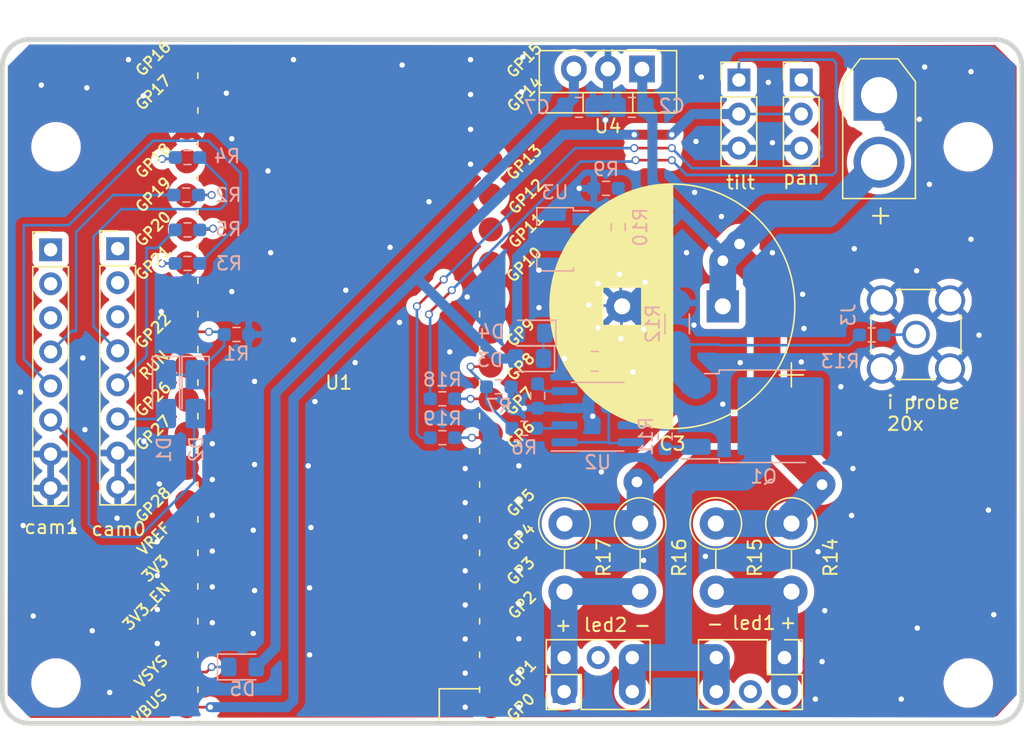
<source format=kicad_pcb>
(kicad_pcb (version 20221018) (generator pcbnew)
  (layers (0 "F.Cu" signal) (31 "B.Cu" signal) (34 "B.Paste" user) (35 "F.Paste" user) (36 "B.SilkS" user "B.Silkscreen") (37 "F.SilkS" user "F.Silkscreen") (38 "B.Mask" user) (39 "F.Mask" user) (44 "Edge.Cuts" user))
  (net 0 "")
  (net 1 "Net-(D3-K)")
  (net 2 "GND")
  (net 3 "VDD")
  (net 4 "Net-(D5-A)")
  (net 5 "Net-(D1-K)")
  (net 6 "Net-(D1-A)")
  (net 7 "Net-(D2-A)")
  (net 8 "/VBus")
  (net 9 "+12V")
  (net 10 "Net-(D5-K)")
  (net 14 "Net-(J1-Pin_4)")
  (net 15 "Net-(J1-Pin_5)")
  (net 19 "Net-(J2-Pin_4)")
  (net 20 "Net-(J2-Pin_5)")
  (net 21 "Net-(J3-In)")
  (net 22 "Net-(J4-plus1)")
  (net 24 "Net-(J4-minus1)")
  (net 25 "Net-(J5-plus1)")
  (net 27 "Net-(Q1-G)")
  (net 28 "Net-(Q1-S)")
  (net 29 "Net-(U1-GPIO19)")
  (net 30 "Net-(U1-GPIO21)")
  (net 31 "Net-(U1-GPIO18)")
  (net 32 "Net-(U1-GPIO20)")
  (net 33 "Net-(U1-GPIO8)")
  (net 34 "Net-(U2-INA)")
  (net 35 "Net-(U2-INB)")
  (net 36 "Net-(U3-ADJ)")
  (net 37 "Net-(U2-OUTA)")
  (net 61 "Net-(J6-Pin_1)")
  (net 62 "Net-(J7-Pin_1)")
  (net 63 "Net-(U1-GPIO7)")
  (net 64 "Net-(U1-GPIO6)")
  (footprint "Resistor_THT:R_Axial_DIN0411_L9.9mm_D3.6mm_P5.08mm_Vertical" (layer "F.Cu") (at 132.72 92.2 -90)
    (fp_text reference "R14")
    (fp_text value "1")
  )
  (footprint "Connector_Coaxial:SMA_Amphenol_901-144_Vertical" (layer "F.Cu") (at 142 78.1 90)
    (fp_text reference "J3")
    (fp_text value "Conn_Coaxial" hide)
  )
  (footprint "MountingHole:MountingHole_3.2mm_M3" (layer "F.Cu") (at 145.9 64.1)
    (fp_text reference "REF**" hide)
    (fp_text value "MountingHole_3.2mm_M3" hide)
  )
  (footprint "Resistor_THT:R_Axial_DIN0411_L9.9mm_D3.6mm_P5.08mm_Vertical" (layer "F.Cu") (at 121.44 92.2 -90)
    (fp_text reference "R16")
    (fp_text value "1")
  )
  (footprint "Resistor_THT:R_Axial_DIN0411_L9.9mm_D3.6mm_P5.08mm_Vertical" (layer "F.Cu") (at 127.08 92.2 -90)
    (fp_text reference "R15")
    (fp_text value "1")
  )
  (footprint "Connector_PinHeader_2.54mm:PinHeader_1x08_P2.54mm_Vertical" (layer "F.Cu") (at 77.5 71.78)
    (fp_text reference "J2" hide)
    (fp_text value "Conn_01x08_Pin" hide)
  )
  (footprint "victor_strawlab:Conn_LED_source" (layer "F.Cu") (at 132.2 102.2 -90)
    (fp_text reference "J4" hide)
    (fp_text value "LED connector" hide)
  )
  (footprint "victor_strawlab:RPi_Pico_SMD" (layer "F.Cu") (at 98.975 81.695 180)
    (fp_text reference "U1")
    (fp_text value "Pico")
  )
  (footprint "Package_TO_SOT_THT:TO-220-3_Vertical" (layer "F.Cu") (at 121.58 58.3 180)
    (fp_text reference "U4")
    (fp_text value "LM7805_TO220")
  )
  (footprint "victor_strawlab:Conn_LED_source" (layer "F.Cu") (at 115.775 104.74 90)
    (fp_text reference "J5" hide)
    (fp_text value "LED connector" hide)
  )
  (footprint "Connector_AMASS:AMASS_XT30U-M_1x02_P5.0mm_Vertical" (layer "F.Cu") (at 139.25 60.25 -90)
    (fp_text reference "J8" hide)
    (fp_text value "Conn_XT_Sink" hide)
  )
  (footprint "Capacitor_THT:CP_Radial_D18.0mm_P7.50mm" (layer "F.Cu") (at 127.6 76 180)
    (fp_text reference "C3")
    (fp_text value "C_Polarized")
  )
  (footprint "MountingHole:MountingHole_3.2mm_M3" (layer "F.Cu") (at 77.9 104.1)
    (fp_text reference "REF**" hide)
    (fp_text value "MountingHole_3.2mm_M3" hide)
  )
  (footprint "Connector_PinHeader_2.54mm:PinHeader_1x03_P2.54mm_Vertical" (layer "F.Cu") (at 133.45 59.12)
    (fp_text reference "J7" hide)
    (fp_text value "pan" hide)
  )
  (footprint "MountingHole:MountingHole_3.2mm_M3" (layer "F.Cu") (at 145.9 104.1)
    (fp_text reference "REF**" hide)
    (fp_text value "MountingHole_3.2mm_M3" hide)
  )
  (footprint "Resistor_THT:R_Axial_DIN0411_L9.9mm_D3.6mm_P5.08mm_Vertical" (layer "F.Cu") (at 115.8 92.2 -90)
    (fp_text reference "R17")
    (fp_text value "1")
  )
  (footprint "Connector_PinHeader_2.54mm:PinHeader_1x03_P2.54mm_Vertical" (layer "F.Cu") (at 128.8 59.12)
    (fp_text reference "J6" hide)
    (fp_text value "tilt" hide)
  )
  (footprint "MountingHole:MountingHole_3.2mm_M3" (layer "F.Cu") (at 77.9 64.1)
    (fp_text reference "REF**" hide)
    (fp_text value "MountingHole_3.2mm_M3" hide)
  )
  (footprint "Connector_PinHeader_2.54mm:PinHeader_1x08_P2.54mm_Vertical" (layer "F.Cu") (at 82.5 71.7)
    (fp_text reference "J1" hide)
    (fp_text value "Conn_01x08_Pin" hide)
  )
  (footprint "Resistor_SMD:R_0603_1608Metric_Pad0.98x0.95mm_HandSolder" (layer "B.Cu") (at 123.3 85.7 -90)
    (fp_text reference "R11")
    (fp_text value "10")
  )
  (footprint "Diode_SMD:D_0805_2012Metric_Pad1.15x1.40mm_HandSolder" (layer "B.Cu") (at 113.3 78 180)
    (fp_text reference "D4")
    (fp_text value "D_Schottky" hide)
  )
  (footprint "Resistor_SMD:R_0603_1608Metric_Pad0.98x0.95mm_HandSolder" (layer "B.Cu") (at 106.7 85.8 180)
    (fp_text reference "R19")
    (fp_text value "51")
  )
  (footprint "Resistor_SMD:R_0603_1608Metric_Pad0.98x0.95mm_HandSolder" (layer "B.Cu") (at 112.8 85.1)
    (fp_text reference "R6")
    (fp_text value "51")
  )
  (footprint "Resistor_SMD:R_1206_3216Metric_Pad1.30x1.75mm_HandSolder" (layer "B.Cu") (at 124.2 77.3 -90)
    (fp_text reference "R12")
    (fp_text value "0.05")
  )
  (footprint "Package_TO_SOT_SMD:SOT-89-3" (layer "B.Cu") (at 115.1 71 180)
    (fp_text reference "U3")
    (fp_text value "LM317L_SOT-89" hide)
  )
  (footprint "Resistor_SMD:R_0603_1608Metric_Pad0.98x0.95mm_HandSolder" (layer "B.Cu") (at 87.6 67.7)
    (fp_text reference "R2")
    (fp_text value "51")
  )
  (footprint "Diode_SMD:D_0805_2012Metric_Pad1.15x1.40mm_HandSolder" (layer "B.Cu") (at 91.8 102.9)
    (fp_text reference "D5")
    (fp_text value "D_Schottky" hide)
  )
  (footprint "Diode_SMD:D_0805_2012Metric_Pad1.15x1.40mm_HandSolder" (layer "B.Cu") (at 113.2 79.9 180)
    (fp_text reference "D3")
    (fp_text value "D_Schottky" hide)
  )
  (footprint "Resistor_SMD:R_0603_1608Metric_Pad0.98x0.95mm_HandSolder" (layer "B.Cu") (at 110.9 82)
    (fp_text reference "R7")
    (fp_text value "10k")
  )
  (footprint "Capacitor_SMD:C_0805_2012Metric_Pad1.18x1.45mm_HandSolder" (layer "B.Cu") (at 116.8825 61.16 180)
    (fp_text reference "C7")
    (fp_text value "22uF")
  )
  (footprint "Resistor_SMD:R_0603_1608Metric_Pad0.98x0.95mm_HandSolder" (layer "B.Cu") (at 87.7 72.8 180)
    (fp_text reference "R3")
    (fp_text value "51")
  )
  (footprint "Resistor_SMD:R_0603_1608Metric_Pad0.98x0.95mm_HandSolder" (layer "B.Cu") (at 113.8 82.6875 90)
    (fp_text reference "R8" hide)
    (fp_text value "51")
  )
  (footprint "Resistor_SMD:R_0603_1608Metric_Pad0.98x0.95mm_HandSolder" (layer "B.Cu") (at 119.8 70.1 -90)
    (fp_text reference "R10")
    (fp_text value "10k")
  )
  (footprint "Package_SO:SOIC-8_3.9x4.9mm_P1.27mm" (layer "B.Cu") (at 118.275 84.235)
    (fp_text reference "U2")
    (fp_text value "PUCC27624DR" hide)
  )
  (footprint "Diode_SMD:D_MicroMELF_Handsoldering" (layer "B.Cu") (at 88.3 82.55 -90)
    (fp_text reference "D2")
    (fp_text value "D_Schottky" hide)
  )
  (footprint "Package_TO_SOT_SMD:TO-252-2" (layer "B.Cu") (at 130.64 84.2)
    (fp_text reference "Q1")
    (fp_text value "Q_NMOS_GDS" hide)
  )
  (footprint "Resistor_SMD:R_0603_1608Metric_Pad0.98x0.95mm_HandSolder" (layer "B.Cu") (at 138.6975 78.13)
    (fp_text reference "R13")
    (fp_text value "51")
  )
  (footprint "Resistor_SMD:R_0603_1608Metric_Pad0.98x0.95mm_HandSolder" (layer "B.Cu") (at 87.7 70.3)
    (fp_text reference "R5")
    (fp_text value "51")
  )
  (footprint "Diode_SMD:D_MicroMELF_Handsoldering" (layer "B.Cu") (at 86.1 82.55 -90)
    (fp_text reference "D1")
    (fp_text value "D_Schottky" hide)
  )
  (footprint "Capacitor_SMD:C_0805_2012Metric_Pad1.18x1.45mm_HandSolder" (layer "B.Cu") (at 118.0625 80.1 180)
    (fp_text reference "C1" hide)
    (fp_text value "10uF")
  )
  (footprint "Resistor_SMD:R_0603_1608Metric_Pad0.98x0.95mm_HandSolder" (layer "B.Cu") (at 106.7 82.9 180)
    (fp_text reference "R18")
    (fp_text value "51")
  )
  (footprint "Resistor_SMD:R_0603_1608Metric_Pad0.98x0.95mm_HandSolder" (layer "B.Cu") (at 91.35 78.1)
    (fp_text reference "R1")
    (fp_text value "10k")
  )
  (footprint "Capacitor_SMD:C_0805_2012Metric_Pad1.18x1.45mm_HandSolder" (layer "B.Cu") (at 120.82 61.16 180)
    (fp_text reference "C2")
    (fp_text value "1uF 35V")
  )
  (footprint "Resistor_SMD:R_0603_1608Metric_Pad0.98x0.95mm_HandSolder" (layer "B.Cu") (at 87.7 64.9 180)
    (fp_text reference "R4")
    (fp_text value "51")
  )
  (footprint "Resistor_SMD:R_0603_1608Metric_Pad0.98x0.95mm_HandSolder" (layer "B.Cu") (at 118.9 67.2 180)
    (fp_text reference "R9")
    (fp_text value "10k")
  )
  (gr_line (start 75.134633 106.947758) (end 75.225653 106.982885) (stroke (width 0.349999)) (layer "Edge.Cuts"))
  (gr_line (start 74.052239 57.334633) (end 74.017112 57.425653) (stroke (width 0.349999)) (layer "Edge.Cuts"))
  (gr_line (start 74.352927 56.832484) (end 74.292446 56.910122) (stroke (width 0.349999)) (layer "Edge.Cuts"))
  (gr_line (start 75.507997 107.061214) (end 75.60466 107.07808) (stroke (width 0.349999)) (layer "Edge.Cuts"))
  (gr_line (start 148.841773 106.864386) (end 148.926839 106.816277) (stroke (width 0.349999)) (layer "Edge.Cuts"))
  (gr_line (start 75.702324 56.109787) (end 75.60466 56.121918) (stroke (width 0.349999)) (layer "Edge.Cuts"))
  (gr_line (start 149.813542 105.681669) (end 149.839674 105.5875) (stroke (width 0.349999)) (layer "Edge.Cuts"))
  (gr_line (start 74.017112 57.425653) (end 73.986449 57.51833) (stroke (width 0.349999)) (layer "Edge.Cuts"))
  (gr_line (start 148.291995 107.061214) (end 148.387493 107.039681) (stroke (width 0.349999)) (layer "Edge.Cuts"))
  (gr_line (start 147.899993 107.099998) (end 147.999167 107.09754) (stroke (width 0.349999)) (layer "Edge.Cuts"))
  (gr_line (start 149.314208 56.685786) (end 149.242342 56.617398) (stroke (width 0.349999)) (layer "Edge.Cuts"))
  (gr_line (start 74.292446 56.910122) (end 74.236021 56.990399) (stroke (width 0.349999)) (layer "Edge.Cuts"))
  (gr_line (start 148.574339 56.217114) (end 148.481663 56.18645) (stroke (width 0.349999)) (layer "Edge.Cuts"))
  (gr_line (start 149.899993 105.099998) (end 149.899993 58.1) (stroke (width 0.349999)) (layer "Edge.Cuts"))
  (gr_line (start 74.18372 106.126847) (end 74.236021 106.209601) (stroke (width 0.349999)) (layer "Edge.Cuts"))
  (gr_line (start 147.999167 56.102458) (end 147.899993 56.1) (stroke (width 0.349999)) (layer "Edge.Cuts"))
  (gr_line (start 74.292446 106.289878) (end 74.352927 106.367516) (stroke (width 0.349999)) (layer "Edge.Cuts"))
  (gr_line (start 73.921918 57.804661) (end 73.909787 57.902325) (stroke (width 0.349999)) (layer "Edge.Cuts"))
  (gr_line (start 148.481663 107.013548) (end 148.574339 106.982885) (stroke (width 0.349999)) (layer "Edge.Cuts"))
  (gr_line (start 73.909787 105.297674) (end 73.921918 105.395338) (stroke (width 0.349999)) (layer "Edge.Cuts"))
  (gr_line (start 148.665359 106.947758) (end 148.754558 106.908236) (stroke (width 0.349999)) (layer "Edge.Cuts"))
  (gr_line (start 148.195332 107.07808) (end 148.291995 107.061214) (stroke (width 0.349999)) (layer "Edge.Cuts"))
  (gr_line (start 149.664379 106.041781) (end 149.708228 105.954566) (stroke (width 0.349999)) (layer "Edge.Cuts"))
  (gr_line (start 149.447064 106.367516) (end 149.507544 106.289878) (stroke (width 0.349999)) (layer "Edge.Cuts"))
  (gr_line (start 74.873153 106.816277) (end 74.958219 106.864386) (stroke (width 0.349999)) (layer "Edge.Cuts"))
  (gr_line (start 149.616269 106.126847) (end 149.664379 106.041781) (stroke (width 0.349999)) (layer "Edge.Cuts"))
  (gr_line (start 149.890206 105.297674) (end 149.897534 105.199173) (stroke (width 0.349999)) (layer "Edge.Cuts"))
  (gr_line (start 149.507544 106.289878) (end 149.563969 106.209601) (stroke (width 0.349999)) (layer "Edge.Cuts"))
  (gr_line (start 148.097668 107.090212) (end 148.195332 107.07808) (stroke (width 0.349999)) (layer "Edge.Cuts"))
  (gr_line (start 149.382596 56.757651) (end 149.314208 56.685786) (stroke (width 0.349999)) (layer "Edge.Cuts"))
  (gr_line (start 73.902458 58.000826) (end 73.9 58.1) (stroke (width 0.349999)) (layer "Edge.Cuts"))
  (gr_line (start 149.009593 56.436023) (end 148.926839 56.383722) (stroke (width 0.349999)) (layer "Edge.Cuts"))
  (gr_line (start 148.574339 106.982885) (end 148.665359 106.947758) (stroke (width 0.349999)) (layer "Edge.Cuts"))
  (gr_line (start 149.839674 105.5875) (end 149.861208 105.492002) (stroke (width 0.349999)) (layer "Edge.Cuts"))
  (gr_line (start 149.897534 105.199173) (end 149.899993 105.099998) (stroke (width 0.349999)) (layer "Edge.Cuts"))
  (gr_line (start 75.225653 56.217114) (end 75.134633 56.252241) (stroke (width 0.349999)) (layer "Edge.Cuts"))
  (gr_line (start 73.960317 57.612499) (end 73.938784 57.707997) (stroke (width 0.349999)) (layer "Edge.Cuts"))
  (gr_line (start 149.314208 106.514213) (end 149.382596 106.442349) (stroke (width 0.349999)) (layer "Edge.Cuts"))
  (gr_line (start 75.9 56.1) (end 75.800826 56.102458) (stroke (width 0.349999)) (layer "Edge.Cuts"))
  (gr_line (start 73.9 58.1) (end 73.9 105.099998) (stroke (width 0.349999)) (layer "Edge.Cuts"))
  (gr_line (start 74.873153 56.383722) (end 74.790399 56.436023) (stroke (width 0.349999)) (layer "Edge.Cuts"))
  (gr_line (start 74.091761 105.954566) (end 74.135611 106.041781) (stroke (width 0.349999)) (layer "Edge.Cuts"))
  (gr_line (start 74.710121 106.707551) (end 74.790399 106.763976) (stroke (width 0.349999)) (layer "Edge.Cuts"))
  (gr_line (start 75.800826 56.102458) (end 75.702324 56.109787) (stroke (width 0.349999)) (layer "Edge.Cuts"))
  (gr_line (start 148.754558 56.291763) (end 148.665359 56.252241) (stroke (width 0.349999)) (layer "Edge.Cuts"))
  (gr_line (start 74.485785 106.514213) (end 74.55765 106.582602) (stroke (width 0.349999)) (layer "Edge.Cuts"))
  (gr_line (start 74.017112 105.774346) (end 74.052239 105.865366) (stroke (width 0.349999)) (layer "Edge.Cuts"))
  (gr_line (start 75.045434 106.908236) (end 75.134633 106.947758) (stroke (width 0.349999)) (layer "Edge.Cuts"))
  (gr_line (start 149.447064 56.832484) (end 149.382596 56.757651) (stroke (width 0.349999)) (layer "Edge.Cuts"))
  (gr_line (start 74.236021 56.990399) (end 74.18372 57.073153) (stroke (width 0.349999)) (layer "Edge.Cuts"))
  (gr_line (start 149.878074 105.395338) (end 149.890206 105.297674) (stroke (width 0.349999)) (layer "Edge.Cuts"))
  (gr_line (start 74.958219 56.335613) (end 74.873153 56.383722) (stroke (width 0.349999)) (layer "Edge.Cuts"))
  (gr_line (start 148.926839 56.383722) (end 148.841773 56.335613) (stroke (width 0.349999)) (layer "Edge.Cuts"))
  (gr_line (start 75.702324 107.090212) (end 75.800826 107.09754) (stroke (width 0.349999)) (layer "Edge.Cuts"))
  (gr_line (start 75.412499 107.039681) (end 75.507997 107.061214) (stroke (width 0.349999)) (layer "Edge.Cuts"))
  (gr_line (start 74.55765 106.582602) (end 74.632484 106.647071) (stroke (width 0.349999)) (layer "Edge.Cuts"))
  (gr_line (start 149.242342 106.582602) (end 149.314208 106.514213) (stroke (width 0.349999)) (layer "Edge.Cuts"))
  (gr_line (start 75.31833 56.18645) (end 75.225653 56.217114) (stroke (width 0.349999)) (layer "Edge.Cuts"))
  (gr_line (start 149.089871 106.707551) (end 149.167509 106.647071) (stroke (width 0.349999)) (layer "Edge.Cuts"))
  (gr_line (start 73.9 105.099998) (end 73.902458 105.199173) (stroke (width 0.349999)) (layer "Edge.Cuts"))
  (gr_line (start 74.632484 106.647071) (end 74.710121 106.707551) (stroke (width 0.349999)) (layer "Edge.Cuts"))
  (gr_line (start 148.481663 56.18645) (end 148.387493 56.160318) (stroke (width 0.349999)) (layer "Edge.Cuts"))
  (gr_line (start 73.986449 57.51833) (end 73.960317 57.612499) (stroke (width 0.349999)) (layer "Edge.Cuts"))
  (gr_line (start 149.897534 58.000826) (end 149.890206 57.902325) (stroke (width 0.349999)) (layer "Edge.Cuts"))
  (gr_line (start 73.960317 105.5875) (end 73.986449 105.681669) (stroke (width 0.349999)) (layer "Edge.Cuts"))
  (gr_line (start 149.861208 105.492002) (end 149.878074 105.395338) (stroke (width 0.349999)) (layer "Edge.Cuts"))
  (gr_line (start 74.632484 56.552929) (end 74.55765 56.617398) (stroke (width 0.349999)) (layer "Edge.Cuts"))
  (gr_line (start 75.60466 107.07808) (end 75.702324 107.090212) (stroke (width 0.349999)) (layer "Edge.Cuts"))
  (gr_line (start 73.921918 105.395338) (end 73.938784 105.492002) (stroke (width 0.349999)) (layer "Edge.Cuts"))
  (gr_line (start 149.382596 106.442349) (end 149.447064 106.367516) (stroke (width 0.349999)) (layer "Edge.Cuts"))
  (gr_line (start 74.790399 106.763976) (end 74.873153 106.816277) (stroke (width 0.349999)) (layer "Edge.Cuts"))
  (gr_line (start 74.352927 106.367516) (end 74.417396 106.442349) (stroke (width 0.349999)) (layer "Edge.Cuts"))
  (gr_line (start 148.665359 56.252241) (end 148.574339 56.217114) (stroke (width 0.349999)) (layer "Edge.Cuts"))
  (gr_line (start 74.55765 56.617398) (end 74.485785 56.685786) (stroke (width 0.349999)) (layer "Edge.Cuts"))
  (gr_line (start 149.242342 56.617398) (end 149.167509 56.552929) (stroke (width 0.349999)) (layer "Edge.Cuts"))
  (gr_line (start 149.664379 57.158219) (end 149.616269 57.073153) (stroke (width 0.349999)) (layer "Edge.Cuts"))
  (gr_line (start 149.167509 106.647071) (end 149.242342 106.582602) (stroke (width 0.349999)) (layer "Edge.Cuts"))
  (gr_line (start 74.417396 106.442349) (end 74.485785 106.514213) (stroke (width 0.349999)) (layer "Edge.Cuts"))
  (gr_line (start 74.135611 106.041781) (end 74.18372 106.126847) (stroke (width 0.349999)) (layer "Edge.Cuts"))
  (gr_line (start 149.616269 57.073153) (end 149.563969 56.990399) (stroke (width 0.349999)) (layer "Edge.Cuts"))
  (gr_line (start 74.052239 105.865366) (end 74.091761 105.954566) (stroke (width 0.349999)) (layer "Edge.Cuts"))
  (gr_line (start 149.507544 56.910122) (end 149.447064 56.832484) (stroke (width 0.349999)) (layer "Edge.Cuts"))
  (gr_line (start 149.563969 56.990399) (end 149.507544 56.910122) (stroke (width 0.349999)) (layer "Edge.Cuts"))
  (gr_line (start 75.225653 106.982885) (end 75.31833 107.013548) (stroke (width 0.349999)) (layer "Edge.Cuts"))
  (gr_line (start 148.195332 56.121918) (end 148.097668 56.109787) (stroke (width 0.349999)) (layer "Edge.Cuts"))
  (gr_line (start 149.009593 106.763976) (end 149.089871 106.707551) (stroke (width 0.349999)) (layer "Edge.Cuts"))
  (gr_line (start 75.9 107.099998) (end 147.899993 107.099998) (stroke (width 0.349999)) (layer "Edge.Cuts"))
  (gr_line (start 149.899993 58.1) (end 149.897534 58.000826) (stroke (width 0.349999)) (layer "Edge.Cuts"))
  (gr_line (start 75.800826 107.09754) (end 75.9 107.099998) (stroke (width 0.349999)) (layer "Edge.Cuts"))
  (gr_line (start 149.563969 106.209601) (end 149.616269 106.126847) (stroke (width 0.349999)) (layer "Edge.Cuts"))
  (gr_line (start 75.507997 56.138784) (end 75.412499 56.160318) (stroke (width 0.349999)) (layer "Edge.Cuts"))
  (gr_line (start 149.861208 57.707997) (end 149.839674 57.612499) (stroke (width 0.349999)) (layer "Edge.Cuts"))
  (gr_line (start 74.135611 57.158219) (end 74.091761 57.245434) (stroke (width 0.349999)) (layer "Edge.Cuts"))
  (gr_line (start 149.839674 57.612499) (end 149.813542 57.51833) (stroke (width 0.349999)) (layer "Edge.Cuts"))
  (gr_line (start 74.417396 56.757651) (end 74.352927 56.832484) (stroke (width 0.349999)) (layer "Edge.Cuts"))
  (gr_line (start 74.790399 56.436023) (end 74.710121 56.492448) (stroke (width 0.349999)) (layer "Edge.Cuts"))
  (gr_line (start 148.387493 107.039681) (end 148.481663 107.013548) (stroke (width 0.349999)) (layer "Edge.Cuts"))
  (gr_line (start 147.999167 107.09754) (end 148.097668 107.090212) (stroke (width 0.349999)) (layer "Edge.Cuts"))
  (gr_line (start 73.986449 105.681669) (end 74.017112 105.774346) (stroke (width 0.349999)) (layer "Edge.Cuts"))
  (gr_line (start 74.091761 57.245434) (end 74.052239 57.334633) (stroke (width 0.349999)) (layer "Edge.Cuts"))
  (gr_line (start 148.097668 56.109787) (end 147.999167 56.102458) (stroke (width 0.349999)) (layer "Edge.Cuts"))
  (gr_line (start 75.134633 56.252241) (end 75.045434 56.291763) (stroke (width 0.349999)) (layer "Edge.Cuts"))
  (gr_line (start 148.291995 56.138784) (end 148.195332 56.121918) (stroke (width 0.349999)) (layer "Edge.Cuts"))
  (gr_line (start 75.31833 107.013548) (end 75.412499 107.039681) (stroke (width 0.349999)) (layer "Edge.Cuts"))
  (gr_line (start 147.899993 56.1) (end 75.9 56.1) (stroke (width 0.349999)) (layer "Edge.Cuts"))
  (gr_line (start 148.841773 56.335613) (end 148.754558 56.291763) (stroke (width 0.349999)) (layer "Edge.Cuts"))
  (gr_line (start 74.18372 57.073153) (end 74.135611 57.158219) (stroke (width 0.349999)) (layer "Edge.Cuts"))
  (gr_line (start 73.938784 105.492002) (end 73.960317 105.5875) (stroke (width 0.349999)) (layer "Edge.Cuts"))
  (gr_line (start 73.938784 57.707997) (end 73.921918 57.804661) (stroke (width 0.349999)) (layer "Edge.Cuts"))
  (gr_line (start 149.747751 105.865366) (end 149.782878 105.774346) (stroke (width 0.349999)) (layer "Edge.Cuts"))
  (gr_line (start 75.412499 56.160318) (end 75.31833 56.18645) (stroke (width 0.349999)) (layer "Edge.Cuts"))
  (gr_line (start 149.782878 57.425653) (end 149.747751 57.334633) (stroke (width 0.349999)) (layer "Edge.Cuts"))
  (gr_line (start 73.909787 57.902325) (end 73.902458 58.000826) (stroke (width 0.349999)) (layer "Edge.Cuts"))
  (gr_line (start 148.387493 56.160318) (end 148.291995 56.138784) (stroke (width 0.349999)) (layer "Edge.Cuts"))
  (gr_line (start 149.747751 57.334633) (end 149.708228 57.245434) (stroke (width 0.349999)) (layer "Edge.Cuts"))
  (gr_line (start 149.878074 57.80466) (end 149.861208 57.707997) (stroke (width 0.349999)) (layer "Edge.Cuts"))
  (gr_line (start 149.782878 105.774346) (end 149.813542 105.681669) (stroke (width 0.349999)) (layer "Edge.Cuts"))
  (gr_line (start 75.045434 56.291763) (end 74.958219 56.335613) (stroke (width 0.349999)) (layer "Edge.Cuts"))
  (gr_line (start 74.710121 56.492448) (end 74.632484 56.552929) (stroke (width 0.349999)) (layer "Edge.Cuts"))
  (gr_line (start 148.926839 106.816277) (end 149.009593 106.763976) (stroke (width 0.349999)) (layer "Edge.Cuts"))
  (gr_line (start 74.958219 106.864386) (end 75.045434 106.908236) (stroke (width 0.349999)) (layer "Edge.Cuts"))
  (gr_line (start 149.708228 105.954566) (end 149.747751 105.865366) (stroke (width 0.349999)) (layer "Edge.Cuts"))
  (gr_line (start 75.60466 56.121918) (end 75.507997 56.138784) (stroke (width 0.349999)) (layer "Edge.Cuts"))
  (gr_line (start 74.485785 56.685786) (end 74.417396 56.757651) (stroke (width 0.349999)) (layer "Edge.Cuts"))
  (gr_line (start 149.813542 57.51833) (end 149.782878 57.425653) (stroke (width 0.349999)) (layer "Edge.Cuts"))
  (gr_line (start 149.708228 57.245434) (end 149.664379 57.158219) (stroke (width 0.349999)) (layer "Edge.Cuts"))
  (gr_line (start 149.890206 57.902325) (end 149.878074 57.80466) (stroke (width 0.349999)) (layer "Edge.Cuts"))
  (gr_line (start 148.754558 106.908236) (end 148.841773 106.864386) (stroke (width 0.349999)) (layer "Edge.Cuts"))
  (gr_line (start 149.167509 56.552929) (end 149.089871 56.492448) (stroke (width 0.349999)) (layer "Edge.Cuts"))
  (gr_line (start 73.902458 105.199173) (end 73.909787 105.297674) (stroke (width 0.349999)) (layer "Edge.Cuts"))
  (gr_line (start 149.089871 56.492448) (end 149.009593 56.436023) (stroke (width 0.349999)) (layer "Edge.Cuts"))
  (gr_line (start 74.236021 106.209601) (end 74.292446 106.289878) (stroke (width 0.349999)) (layer "Edge.Cuts"))
  (gr_text "cam1" (at 75.45 93.05) (layer "F.SilkS") (effects (font (size 1 1)) (justify left bottom)))
  (gr_text "led1" (at 128.2 100.2) (layer "F.SilkS") (effects (font (size 1 1)) (justify left bottom)))
  (gr_text "cam0" (at 80.45 93.2) (layer "F.SilkS") (effects (font (size 1 1)) (justify left bottom)))
  (gr_text "+" (at 115 100.35) (layer "F.SilkS") (effects (font (size 1 1)) (justify left bottom)))
  (gr_text "-" (at 120.9 100.35) (layer "F.SilkS") (effects (font (size 1 1)) (justify left bottom)))
  (gr_text "pan" (at 132 67) (layer "F.SilkS") (effects (font (size 1 1)) (justify left bottom)))
  (gr_text "-" (at 126.3 100.25) (layer "F.SilkS") (effects (font (size 1 1)) (justify left bottom)))
  (gr_text "i probe\n20x" (at 139.75 85.35) (layer "F.SilkS") (effects (font (size 1 1)) (justify left bottom)))
  (gr_text "led2" (at 117.15 100.35) (layer "F.SilkS") (effects (font (size 1 1)) (justify left bottom)))
  (gr_text "+" (at 131.75 100.15) (layer "F.SilkS") (effects (font (size 1 1)) (justify left bottom)))
  (gr_text "tilt" (at 127.75 67.35) (layer "F.SilkS") (effects (font (size 1 1)) (justify left bottom)))
  (segment (start 118.9 83.6) (end 118.9 80.275) (width 0.75) (layer "B.Cu") (net 1))
  (segment (start 115.8 86.14) (end 119.04 86.14) (width 0.2) (layer "B.Cu") (net 1))
  (segment (start 120.75 86.14) (end 120.479315 86.14) (width 0.2) (layer "B.Cu") (net 1))
  (segment (start 118.9 80.275) (end 119.075 80.1) (width 0.75) (layer "B.Cu") (net 1))
  (segment (start 120.479315 86.14) (end 120.419315 86.2) (width 0.2) (layer "B.Cu") (net 1))
  (segment (start 114.225 79.9) (end 114.225 78.1) (width 0.2) (layer "B.Cu") (net 1))
  (segment (start 114.325 78) (end 117.1 78) (width 0.75) (layer "B.Cu") (net 1))
  (segment (start 119.1 83.8) (end 118.9 83.6) (width 0.2) (layer "B.Cu") (net 1))
  (segment (start 119.1 86.2) (end 119.1 83.8) (width 0.2) (layer "B.Cu") (net 1))
  (segment (start 120.419315 86.2) (end 119.1 86.2) (width 0.2) (layer "B.Cu") (net 1))
  (segment (start 114.225 78.1) (end 114.325 78) (width 0.2) (layer "B.Cu") (net 1))
  (segment (start 119.04 86.14) (end 119.1 86.2) (width 0.2) (layer "B.Cu") (net 1))
  (segment (start 117.1 78) (end 119.1 80) (width 0.75) (layer "B.Cu") (net 1))
  (segment (start 119.1 80) (end 119.1 80.1) (width 0.75) (layer "B.Cu") (net 1))
  (segment (start 120.75 83.6) (end 118.9 83.6) (width 0.75) (layer "B.Cu") (net 1))
  (via (at 112.4 95.7) (size 0.6) (drill 0.4) (layers "F.Cu" "B.Cu") (net 2))
  (via (at 118.85 62.1) (size 0.6) (drill 0.4) (layers "F.Cu" "B.Cu") (net 2))
  (via (at 76.8 59.5) (size 0.6) (drill 0.4) (layers "F.Cu" "B.Cu") (net 2))
  (via (at 124.9 72) (size 0.6) (drill 0.4) (layers "F.Cu" "B.Cu") (net 2))
  (via (at 136.4 82) (size 0.6) (drill 0.4) (layers "F.Cu" "B.Cu") (net 2))
  (via (at 127.5 69.3) (size 0.6) (drill 0.4) (layers "F.Cu" "B.Cu") (net 2))
  (via (at 112.4 103.3) (size 0.6) (drill 0.4) (layers "F.Cu" "B.Cu") (net 2))
  (via (at 127.6 83.3) (size 0.6) (drill 0.4) (layers "F.Cu" "B.Cu") (net 2))
  (via (at 108.4 98.271428) (size 0.6) (drill 0.4) (layers "F.Cu" "B.Cu") (net 2))
  (via (at 91 63.5) (size 0.6) (drill 0.4) (layers "F.Cu" "B.Cu") (net 2))
  (via (at 103.7 58) (size 0.6) (drill 0.4) (layers "F.Cu" "B.Cu") (net 2))
  (via (at 81.9 104.8) (size 0.6) (drill 0.4) (layers "F.Cu" "B.Cu") (net 2))
  (via (at 108.8 57.6) (size 0.6) (drill 0.4) (layers "F.Cu" "B.Cu") (net 2))
  (via (at 91 74.9) (size 0.6) (drill 0.4) (layers "F.Cu" "B.Cu") (net 2))
  (via (at 79.9 79.85) (size 0.6) (drill 0.4) (layers "F.Cu" "B.Cu") (net 2))
  (via (at 117.6 75.9) (size 0.6) (drill 0.4) (layers "F.Cu" "B.Cu") (net 2))
  (via (at 89.55 91.59) (size 0.6) (drill 0.4) (layers "F.Cu" "B.Cu") (net 2))
  (via (at 141.85 82.85) (size 0.6) (drill 0.4) (layers "F.Cu" "B.Cu") (net 2))
  (via (at 108.4 105.9) (size 0.6) (drill 0.4) (layers "F.Cu" "B.Cu") (net 2))
  (via (at 142.1 100) (size 0.6) (drill 0.4) (layers "F.Cu" "B.Cu") (net 2))
  (via (at 112.4 100.8) (size 0.6) (drill 0.4) (layers "F.Cu" "B.Cu") (net 2))
  (via (at 119.9 73.6) (size 0.6) (drill 0.4) (layers "F.Cu" "B.Cu") (net 2))
  (via (at 112.4 87.9) (size 0.6) (drill 0.4) (layers "F.Cu" "B.Cu") (net 2))
  (via (at 96.9 92.5) (size 0.6) (drill 0.4) (layers "F.Cu" "B.Cu") (net 2))
  (via (at 85.6 89.25) (size 0.6) (drill 0.4) (layers "F.Cu" "B.Cu") (net 2))
  (via (at 108.4 95.728571) (size 0.6) (drill 0.4) (layers "F.Cu" "B.Cu") (net 2))
  (via (at 133.55 75.1) (size 0.6) (drill 0.4) (layers "F.Cu" "B.Cu") (net 2))
  (via (at 85.45 96.083333) (size 0.6) (drill 0.4) (layers "F.Cu" "B.Cu") (net 2))
  (via (at 83.3 57.6) (size 0.6) (drill 0.4) (layers "F.Cu" "B.Cu") (net 2))
  (via (at 142.05 73.35) (size 0.6) (drill 0.4) (layers "F.Cu" "B.Cu") (net 2))
  (via (at 117.9 84.2) (size 0.6) (drill 0.4) (layers "F.Cu" "B.Cu") (net 2))
  (via (at 126 58.9) (size 0.6) (drill 0.4) (layers "F.Cu" "B.Cu") (net 2))
  (via (at 118.3 74.3) (size 0.6) (drill 0.4) (layers "F.Cu" "B.Cu") (net 2))
  (via (at 112.6 60) (size 0.6) (drill 0.4) (layers "F.Cu" "B.Cu") (net 2))
  (via (at 133.45 80.15) (size 0.6) (drill 0.4) (layers "F.Cu" "B.Cu") (net 2))
  (via (at 146.1 58.5) (size 0.6) (drill 0.4) (layers "F.Cu" "B.Cu") (net 2))
  (via (at 120.9 80.9) (size 0.6) (drill 0.4) (layers "F.Cu" "B.Cu") (net 2))
  (via (at 120 78.4) (size 0.6) (drill 0.4) (layers "F.Cu" "B.Cu") (net 2))
  (via (at 80.05 85.2) (size 0.6) (drill 0.4) (layers "F.Cu" "B.Cu") (net 2))
  (via (at 142.65 58.15) (size 0.6) (drill 0.4) (layers "F.Cu" "B.Cu") (net 2))
  (via (at 80.2 59.7) (size 0.6) (drill 0.4) (layers "F.Cu" "B.Cu") (net 2))
  (via (at 135 102.5) (size 0.6) (drill 0.4) (layers "F.Cu" "B.Cu") (net 2))
  (via (at 131 59.3) (size 0.6) (drill 0.4) (layers "F.Cu" "B.Cu") (net 2))
  (via (at 133.65 77.65) (size 0.6) (drill 0.4) (layers "F.Cu" "B.Cu") (net 2))
  (via (at 137.3 88.1) (size 0.6) (drill 0.4) (layers "F.Cu" "B.Cu") (net 2))
  (via (at 125.45 77.4) (size 0.6) (drill 0.4) (layers "F.Cu" "B.Cu") (net 2))
  (via (at 97.2 83.1) (size 0.6) (drill 0.4) (layers "F.Cu" "B.Cu") (net 2))
  (via (at 131.3 72) (size 0.6) (drill 0.4) (layers "F.Cu" "B.Cu") (net 2))
  (via (at 108.4 103.357142) (size 0.6) (drill 0.4) (layers "F.Cu" "B.Cu") (net 2))
  (via (at 137.4 71.7) (size 0.6) (drill 0.4) (layers "F.Cu" "B.Cu") (net 2))
  (via (at 112.4 90.5) (size 0.6) (drill 0.4) (layers "F.Cu" "B.Cu") (net 2))
  (via (at 108.4 90.642857) (size 0.6) (drill 0.4) (layers "F.Cu" "B.Cu") (net 2))
  (via (at 100.2 80.2) (size 0.6) (drill 0.4) (layers "F.Cu" "B.Cu") (net 2))
  (via (at 135.2 98.7) (size 0.6) (drill 0.4) (layers "F.Cu" "B.Cu") (net 2))
  (via (at 121.7 77.7) (size 0.6) (drill 0.4) (layers "F.Cu" "B.Cu") (net 2))
  (via (at 118.3 77.6) (size 0.6) (drill 0.4) (layers "F.Cu" "B.Cu") (net 2))
  (via (at 80.6 100.2) (size 0.6) (drill 0.4) (layers "F.Cu" "B.Cu") (net 2))
  (via (at 96.8 97) (size 0.6) (drill 0.4) (layers "F.Cu" "B.Cu") (net 2))
  (via (at 108.8 60.2) (size 0.6) (drill 0.4) (layers "F.Cu" "B.Cu") (net 2))
  (via (at 121.7 94.95) (size 0.6) (drill 0.4) (layers "F.Cu" "B.Cu") (net 2))
  (via (at 82.45 91.8) (size 0.6) (drill 0.4) (layers "F.Cu" "B.Cu") (net 2))
  (via (at 134.5 105.3) (size 0.6) (drill 0.4) (layers "F.Cu" "B.Cu") (net 2))
  (via (at 92.6 100.4) (size 0.6) (drill 0.4) (layers "F.Cu" "B.Cu") (net 2))
  (via (at 92.6 92.7) (size 0.6) (drill 0.4) (layers "F.Cu" "B.Cu") (net 2))
  (via (at 95.6 78.5) (size 0.6) (drill 0.4) (layers "F.Cu" "B.Cu") (net 2))
  (via (at 108.8 65.4) (size 0.6) (drill 0.4) (layers "F.Cu" "B.Cu") (net 2))
  (via (at 121.8 74.2) (size 0.6) (drill 0.4) (layers "F.Cu" "B.Cu") (net 2))
  (via (at 93.7 65.9) (size 0.6) (drill 0.4) (layers "F.Cu" "B.Cu") (net 2))
  (via (at 136.3 85.5) (size 0.6) (drill 0.4) (layers "F.Cu" "B.Cu") (net 2))
  (via (at 108.4 93.185714) (size 0.6) (drill 0.4) (layers "F.Cu" "B.Cu") (net 2))
  (via (at 103.5 77.2) (size 0.6) (drill 0.4) (layers "F.Cu" "B.Cu") (net 2))
  (via (at 143 66.9) (size 0.6) (drill 0.4) (layers "F.Cu" "B.Cu") (net 2))
  (via (at 113.9 73.3) (size 0.6) (drill 0.4) (layers "F.Cu" "B.Cu") (net 2))
  (via (at 147.4 91.2) (size 0.6) (drill 0.4) (layers "F.Cu" "B.Cu") (net 2))
  (via (at 115.8 79.9) (size 0.6) (drill 0.4) (layers "F.Cu" "B.Cu") (net 2))
  (via (at 85.45 101.15) (size 0.6) (drill 0.4) (layers "F.Cu" "B.Cu") (net 2))
  (via (at 126.3 94.65) (size 0.6) (drill 0.4) (layers "F.Cu" "B.Cu") (net 2))
  (via (at 112.4 98.2) (size 0.6) (drill 0.4) (layers "F.Cu" "B.Cu") (net 2))
  (via (at 85.45 98.616666) (size 0.6) (drill 0.4) (layers "F.Cu" "B.Cu") (net 2))
  (via (at 96.7 87.9) (size 0.6) (drill 0.4) (layers "F.Cu" "B.Cu") (net 2))
  (via (at 107.25 79.4) (size 0.6) (drill 0.4) (layers "F.Cu" "B.Cu") (net 2))
  (via (at 112.4 92.9) (size 0.6) (drill 0.4) (layers "F.Cu" "B.Cu") (net 2))
  (via (at 92.7 97.2) (size 0.6) (drill 0.4) (layers "F.Cu" "B.Cu") (net 2))
  (via (at 116.9 67.2) (size 0.6) (drill 0.4) (layers "F.Cu" "B.Cu") (net 2))
  (via (at 102.8 71.6) (size 0.6) (drill 0.4) (layers "F.Cu" "B.Cu") (net 2))
  (via (at 137.2 91.6) (size 0.6) (drill 0.4) (layers "F.Cu" "B.Cu") (net 2))
  (via (at 96.8 102) (size 0.6) (drill 0.4) (layers "F.Cu" "B.Cu") (net 2))
  (via (at 92.7 81.6) (size 0.6) (drill 0.4) (layers "F.Cu" "B.Cu") (net 2))
  (via (at 134.7 94.3) (size 0.6) (drill 0.4) (layers "F.Cu" "B.Cu") (net 2))
  (via (at 89.55 99.6) (size 0.6) (drill 0.4) (layers "F.Cu" "B.Cu") (net 2))
  (via (at 112.4 105.9) (size 0.6) (drill 0.4) (layers "F.Cu" "B.Cu") (net 2))
  (via (at 85.75 76.4) (size 0.6) (drill 0.4) (layers "F.Cu" "B.Cu") (net 2))
  (via (at 112.7 57.4) (size 0.6) (drill 0.4) (layers "F.Cu" "B.Cu") (net 2))
  (via (at 108.8 62.8) (size 0.6) (drill 0.4) (layers "F.Cu" "B.Cu") (net 2))
  (via (at 108.4 88.1) (size 0.6) (drill 0.4) (layers "F.Cu" "B.Cu") (net 2))
  (via (at 90.6 60.1) (size 0.6) (drill 0.4) (layers "F.Cu" "B.Cu") (net 2))
  (via (at 105.7 68.2) (size 0.6) (drill 0.4) (layers "F.Cu" "B.Cu") (net 2))
  (via (at 89.55 94.26) (size 0.6) (drill 0.4) (layers "F.Cu" "B.Cu") (net 2))
  (via (at 85.45 93.55) (size 0.6) (drill 0.4) (layers "F.Cu" "B.Cu") (net 2))
  (via (at 125.5 67.5) (size 0.6) (drill 0.4) (layers "F.Cu" "B.Cu") (net 2))
  (via (at 76.2 99.1) (size 0.6) (drill 0.4) (layers "F.Cu" "B.Cu") (net 2))
  (via (at 84.4 60.3) (size 0.6) (drill 0.4) (layers "F.Cu" "B.Cu") (net 2))
  (via (at 147.8 99) (size 0.6) (drill 0.4) (layers "F.Cu" "B.Cu") (net 2))
  (via (at 125.6 63.7) (size 0.6) (drill 0.4) (layers "F.Cu" "B.Cu") (net 2))
  (via (at 131.3 63.8) (size 0.6) (drill 0.4) (layers "F.Cu" "B.Cu") (net 2))
  (via (at 95.6 57.6) (size 0.6) (drill 0.4) (layers "F.Cu" "B.Cu") (net 2))
  (via (at 140.9 105.3) (size 0.6) (drill 0.4) (layers "F.Cu" "B.Cu") (net 2))
  (via (at 108.4 100.814285) (size 0.6) (drill 0.4) (layers "F.Cu" "B.Cu") (net 2))
  (via (at 89.55 86.25) (size 0.6) (drill 0.4) (layers "F.Cu" "B.Cu") (net 2))
  (via (at 84.45 86.05) (size 0.6) (drill 0.4) (layers "F.Cu" "B.Cu") (net 2))
  (via (at 92.7 87.8) (size 0.6) (drill 0.4) (layers "F.Cu" "B.Cu") (net 2))
  (via (at 99.5 74.8) (size 0.6) (drill 0.4) (layers "F.Cu" "B.Cu") (net 2))
  (via (at 112.8 83.6) (size 0.6) (drill 0.4) (layers "F.Cu" "B.Cu") (net 2))
  (via (at 118.55 88.35) (size 0.6) (drill 0.4) (layers "F.Cu" "B.Cu") (net 2))
  (via (at 128.9 80.2) (size 0.6) (drill 0.4) (layers "F.Cu" "B.Cu") (net 2))
  (via (at 75.45 92.35) (size 0.6) (drill 0.4) (layers "F.Cu" "B.Cu") (net 2))
  (via (at 75.25 82.4) (size 0.6) (drill 0.4) (layers "F.Cu" "B.Cu") (net 2))
  (via (at 146.1 71) (size 0.6) (drill 0.4) (layers "F.Cu" "B.Cu") (net 2))
  (via (at 79.2 92.65) (size 0.6) (drill 0.4) (layers "F.Cu" "B.Cu") (net 2))
  (via (at 113.9 76.1) (size 0.6) (drill 0.4) (layers "F.Cu" "B.Cu") (net 2))
  (via (at 89.55 96.93) (size 0.6) (drill 0.4) (layers "F.Cu" "B.Cu") (net 2))
  (via (at 108.55 75.3) (size 0.6) (drill 0.4) (layers "F.Cu" "B.Cu") (net 2))
  (via (at 146.7 78.15) (size 0.6) (drill 0.4) (layers "F.Cu" "B.Cu") (net 2))
  (via (at 93.9 72) (size 0.6) (drill 0.4) (layers "F.Cu" "B.Cu") (net 2))
  (via (at 89.55 88.92) (size 0.6) (drill 0.4) (layers "F.Cu" "B.Cu") (net 2))
  (via (at 142.25 62.05) (size 0.6) (drill 0.4) (layers "F.Cu" "B.Cu") (net 2))
  (segment (start 116.8 79.9) (end 117 80.1) (width 0.2) (layer "B.Cu") (net 2))
  (segment (start 118.3 77.6) (end 120.1 76) (width 0.2) (layer "B.Cu") (net 2))
  (segment (start 115.8 83.6) (end 113.8 83.6) (width 0.2) (layer "B.Cu") (net 2))
  (segment (start 112.8 82.9875) (end 111.8125 82) (width 0.2) (layer "B.Cu") (net 2))
  (segment (start 119.04 60.6175) (end 119.2825 60.86) (width 0.75) (layer "B.Cu") (net 2))
  (segment (start 121.8 74.2) (end 120.1 76) (width 0.2) (layer "B.Cu") (net 2))
  (segment (start 113.8 83.6) (end 112.8 83.6) (width 0.2) (layer "B.Cu") (net 2))
  (segment (start 117.9875 67.2) (end 116.9 67.2) (width 0.2) (layer "B.Cu") (net 2))
  (segment (start 118.4625 60.6175) (end 119.04 60.6175) (width 0.75) (layer "B.Cu") (net 2))
  (segment (start 117.2 83.6) (end 115.8 83.6) (width 0.75) (layer "B.Cu") (net 2))
  (segment (start 120 78.4) (end 120.1 76) (width 0.2) (layer "B.Cu") (net 2))
  (segment (start 118.85 62.1) (end 119.7825 61.16) (width 0.2) (layer "B.Cu") (net 2))
  (segment (start 117.8 84.2) (end 117.9 84.2) (width 0.2) (layer "B.Cu") (net 2))
  (segment (start 119.04 58.3) (end 119.04 60.6175) (width 0.75) (layer "B.Cu") (net 2))
  (segment (start 117 80.1) (end 117.7 80.8) (width 0.75) (layer "B.Cu") (net 2))
  (segment (start 118.85 62.1) (end 117.92 61.16) (width 0.2) (layer "B.Cu") (net 2))
  (segment (start 123.95 76) (end 120.1 76) (width 2) (layer "B.Cu") (net 2))
  (segment (start 117.2 83.6) (end 117.8 84.2) (width 0.2) (layer "B.Cu") (net 2))
  (segment (start 117.7 80.8) (end 117.7 83.1) (width 0.75) (layer "B.Cu") (net 2))
  (segment (start 118.3 74.3) (end 120.1 76) (width 0.2) (layer "B.Cu") (net 2))
  (segment (start 112.8 83.6) (end 112.8 82.9875) (width 0.2) (layer "B.Cu") (net 2))
  (segment (start 115.8 79.9) (end 116.8 79.9) (width 0.2) (layer "B.Cu") (net 2))
  (segment (start 119.9 73.6) (end 120.1 76) (width 0.2) (layer "B.Cu") (net 2))
  (segment (start 121.7 77.7) (end 120.1 76) (width 0.2) (layer "B.Cu") (net 2))
  (segment (start 117.7 83.1) (end 117.2 83.6) (width 0.75) (layer "B.Cu") (net 2))
  (segment (start 117.92 61.16) (end 118.4625 60.6175) (width 0.75) (layer "B.Cu") (net 2))
  (segment (start 117.6 75.9) (end 120.1 76) (width 0.2) (layer "B.Cu") (net 2))
  (segment (start 124.2 75.75) (end 123.95 76) (width 2) (layer "B.Cu") (net 2))
  (segment (start 127.6 72.6) (end 129.1 72.6) (width 2) (layer "F.Cu") (net 3))
  (segment (start 128.85 71.35) (end 127.6 72.6) (width 2) (layer "F.Cu") (net 3))
  (segment (start 130.9 74.4) (end 130.9 85.2) (width 2) (layer "F.Cu") (net 3))
  (segment (start 129.1 72.6) (end 130.9 74.4) (width 2) (layer "F.Cu") (net 3))
  (segment (start 130.9 85.2) (end 125.1 85.2) (width 2) (layer "F.Cu") (net 3))
  (segment (start 125.1 85.2) (end 121.2 89.1) (width 2) (layer "F.Cu") (net 3))
  (segment (start 130.9 85.2) (end 135 89.3) (width 2) (layer "F.Cu") (net 3))
  (via (at 128.85 71.35) (size 1) (drill 0.8) (layers "F.Cu" "B.Cu") (net 3))
  (via (at 127.6 72.6) (size 1) (drill 0.8) (layers "F.Cu" "B.Cu") (net 3))
  (via (at 135 89.3) (size 1) (drill 0.8) (layers "F.Cu" "B.Cu") (net 3))
  (via (at 121.2 89.1) (size 1) (drill 0.8) (layers "F.Cu" "B.Cu") (net 3))
  (segment (start 128.8 71.4) (end 127.6 72.6) (width 2) (layer "B.Cu") (net 3))
  (segment (start 128.8 71.3) (end 128.85 71.35) (width 2) (layer "B.Cu") (net 3))
  (segment (start 122.3575 61.84) (end 122.3575 62.1) (width 0.2) (layer "B.Cu") (net 3))
  (segment (start 131.25 68.85) (end 128.8 71.3) (width 0.2) (layer "B.Cu") (net 3))
  (segment (start 127.6 72) (end 127.6 72.6) (width 0.75) (layer "B.Cu") (net 3))
  (segment (start 117.05 72.5) (end 121 72.5) (width 0.75) (layer "B.Cu") (net 3))
  (segment (start 122.3575 62.1) (end 121.6 61.3425) (width 0.75) (layer "B.Cu") (net 3))
  (segment (start 122.3575 66.7575) (end 124.55 68.95) (width 0.75) (layer "B.Cu") (net 3))
  (segment (start 121.44 92.2) (end 121.44 89.34) (width 2) (layer "B.Cu") (net 3))
  (segment (start 121.3775 60.86) (end 122.3575 61.84) (width 0.2) (layer "B.Cu") (net 3))
  (segment (start 115.8 92.2) (end 121.44 92.2) (width 2) (layer "B.Cu") (net 3))
  (segment (start 122.3575 61.66) (end 122.3575 66.7575) (width 0.75) (layer "B.Cu") (net 3))
  (segment (start 128.8 71.3) (end 128.8 71.4) (width 2) (layer "B.Cu") (net 3))
  (segment (start 132.72 91.58) (end 135 89.3) (width 2) (layer "B.Cu") (net 3))
  (segment (start 135.4 69.1) (end 139.25 65.25) (width 2) (layer "B.Cu") (net 3))
  (segment (start 121.8575 61.16) (end 122.3575 61.66) (width 0.75) (layer "B.Cu") (net 3))
  (segment (start 127.08 92.2) (end 132.72 92.2) (width 2) (layer "B.Cu") (net 3))
  (segment (start 124.55 68.95) (end 127.6 72) (width 0.75) (layer "B.Cu") (net 3))
  (segment (start 131.1 69.1) (end 135.4 69.1) (width 2) (layer "B.Cu") (net 3))
  (segment (start 121.44 89.34) (end 121.2 89.1) (width 2) (layer "B.Cu") (net 3))
  (segment (start 127.6 76) (end 127.6 72.6) (width 2) (layer "B.Cu") (net 3))
  (segment (start 132.72 92.2) (end 132.72 91.58) (width 2) (layer "B.Cu") (net 3))
  (segment (start 121.6 61.3425) (end 121.6 58.3) (width 0.75) (layer "B.Cu") (net 3))
  (segment (start 128.85 71.35) (end 131.1 69.1) (width 2) (layer "B.Cu") (net 3))
  (segment (start 121 72.5) (end 124.55 68.95) (width 0.75) (layer "B.Cu") (net 3))
  (segment (start 94.264429 101.460571) (end 92.825 102.9) (width 0.75) (layer "B.Cu") (net 4))
  (segment (start 115.845 61.16) (end 116.5 60.505) (width 0.75) (layer "B.Cu") (net 4))
  (segment (start 116.5 60.505) (end 116.5 58.3) (width 0.75) (layer "B.Cu") (net 4))
  (segment (start 115.845 61.16) (end 115.545 61.16) (width 0.75) (layer "B.Cu") (net 4))
  (segment (start 115.545 61.16) (end 94.264429 82.440571) (width 0.75) (layer "B.Cu") (net 4))
  (segment (start 94.264429 82.440571) (end 94.264429 101.460571) (width 0.75) (layer "B.Cu") (net 4))
  (segment (start 89.3 77.9) (end 87.56 77.9) (width 0.2) (layer "F.Cu") (net 5))
  (segment (start 87.56 77.9) (end 87.545 77.885) (width 0.2) (layer "F.Cu") (net 5))
  (via (at 89.3 77.9) (size 0.6) (drill 0.4) (layers "F.Cu" "B.Cu") (net 5))
  (segment (start 86.1 81.1) (end 88.3 81.1) (width 0.2) (layer "B.Cu") (net 5))
  (segment (start 90.2375 77.9) (end 90.4375 78.1) (width 0.2) (layer "B.Cu") (net 5))
  (segment (start 88.3 81.1) (end 90.4375 78.9625) (width 0.2) (layer "B.Cu") (net 5))
  (segment (start 89.3 77.9) (end 90.2375 77.9) (width 0.2) (layer "B.Cu") (net 5))
  (segment (start 90.4375 78.9625) (end 90.4375 78.1) (width 0.2) (layer "B.Cu") (net 5))
  (segment (start 82.5 84.4) (end 85.7 84.4) (width 0.2) (layer "B.Cu") (net 6))
  (segment (start 85.7 84.4) (end 86.1 84) (width 0.2) (layer "B.Cu") (net 6))
  (segment (start 81.3 93.2) (end 80.35 92.25) (width 0.2) (layer "B.Cu") (net 7))
  (segment (start 88.2 89.1) (end 84.1 93.2) (width 0.2) (layer "B.Cu") (net 7))
  (segment (start 80.35 92.25) (end 80.35 87.33) (width 0.2) (layer "B.Cu") (net 7))
  (segment (start 88.3 84) (end 88.2 84.1) (width 0.2) (layer "B.Cu") (net 7))
  (segment (start 88.2 84.1) (end 88.2 89.1) (width 0.2) (layer "B.Cu") (net 7))
  (segment (start 80.35 87.33) (end 77.5 84.48) (width 0.2) (layer "B.Cu") (net 7))
  (segment (start 84.1 93.2) (end 81.3 93.2) (width 0.2) (layer "B.Cu") (net 7))
  (segment (start 89.4 105.9) (end 87.62 105.9) (width 0.2) (layer "F.Cu") (net 8))
  (segment (start 121 63.2) (end 123.8 63.2) (width 0.75) (layer "F.Cu") (net 8))
  (segment (start 87.62 105.9) (end 87.545 105.825) (width 0.2) (layer "F.Cu") (net 8))
  (via (at 123.8 63.2) (size 0.6) (drill 0.4) (layers "F.Cu" "B.Cu") (net 8))
  (via (at 89.4 105.9) (size 0.6) (drill 0.4) (layers "F.Cu" "B.Cu") (net 8))
  (via (at 121 63.2) (size 0.6) (drill 0.4) (layers "F.Cu" "B.Cu") (net 8))
  (segment (start 128.8 61.66) (end 125.34 61.66) (width 0.75) (layer "B.Cu") (net 8))
  (segment (start 110.8 79.9) (end 104.764151 73.864151) (width 0.75) (layer "B.Cu") (net 8))
  (segment (start 128.8 61.66) (end 133.45 61.66) (width 0.2) (layer "B.Cu") (net 8))
  (segment (start 115.7 63.2) (end 121 63.2) (width 0.75) (layer "B.Cu") (net 8))
  (segment (start 112.175 79.9) (end 110.8 79.9) (width 0.75) (layer "B.Cu") (net 8))
  (segment (start 95.6 82.9) (end 95.6 105.4) (width 0.75) (layer "B.Cu") (net 8))
  (segment (start 99.6 78.9) (end 95.6 82.9) (width 0.75) (layer "B.Cu") (net 8))
  (segment (start 95.6 105.4) (end 95.1 105.9) (width 0.75) (layer "B.Cu") (net 8))
  (segment (start 95.1 105.9) (end 89.4 105.9) (width 0.75) (layer "B.Cu") (net 8))
  (segment (start 125.34 61.66) (end 123.8 63.2) (width 0.75) (layer "B.Cu") (net 8))
  (segment (start 99.6 78.9) (end 115.7 63.2) (width 0.75) (layer "B.Cu") (net 8))
  (segment (start 116.975 71.0125) (end 116.9625 71) (width 0.2) (layer "B.Cu") (net 9))
  (segment (start 116.9625 71) (end 113.6 71) (width 0.75) (layer "B.Cu") (net 9))
  (segment (start 112.275 72.325) (end 112.275 78) (width 0.75) (layer "B.Cu") (net 9))
  (segment (start 119.8 71.0125) (end 116.975 71.0125) (width 0.2) (layer "B.Cu") (net 9))
  (segment (start 113.6 71) (end 112.275 72.325) (width 0.75) (layer "B.Cu") (net 9))
  (segment (start 89.5 102.9) (end 89.115 103.285) (width 0.2) (layer "F.Cu") (net 10))
  (segment (start 89.115 103.285) (end 87.545 103.285) (width 0.2) (layer "F.Cu") (net 10))
  (via (at 89.5 102.9) (size 0.6) (drill 0.4) (layers "F.Cu" "B.Cu") (net 10))
  (segment (start 90.775 102.9) (end 89.5 102.9) (width 0.2) (layer "B.Cu") (net 10))
  (segment (start 90.6 68.3) (end 90.6 66.8875) (width 0.2) (layer "B.Cu") (net 14))
  (segment (start 82.5 79.32) (end 80.7 77.52) (width 0.2) (layer "B.Cu") (net 14))
  (segment (start 80.7 77.52) (end 80.7 70.8) (width 0.2) (layer "B.Cu") (net 14))
  (segment (start 90.15 68.75) (end 90.6 68.3) (width 0.2) (layer "B.Cu") (net 14))
  (segment (start 80.7 70.8) (end 82.75 68.75) (width 0.2) (layer "B.Cu") (net 14))
  (segment (start 82.75 68.75) (end 90.15 68.75) (width 0.2) (layer "B.Cu") (net 14))
  (segment (start 90.6 66.8875) (end 88.6125 64.9) (width 0.2) (layer "B.Cu") (net 14))
  (segment (start 82.5 81.86) (end 84.65 79.71) (width 0.2) (layer "B.Cu") (net 15))
  (segment (start 84.65 79.71) (end 84.65 71.65) (width 0.2) (layer "B.Cu") (net 15))
  (segment (start 84.65 71.65) (end 85.4375 71.65) (width 0.2) (layer "B.Cu") (net 15))
  (segment (start 85.4375 71.65) (end 86.7875 70.3) (width 0.2) (layer "B.Cu") (net 15))
  (segment (start 79.4 70.45) (end 79.4 77.85) (width 0.2) (layer "B.Cu") (net 19))
  (segment (start 82.15 67.7) (end 79.4 70.45) (width 0.2) (layer "B.Cu") (net 19))
  (segment (start 79.4 77.85) (end 79.05 77.85) (width 0.2) (layer "B.Cu") (net 19))
  (segment (start 86.6875 67.7) (end 82.15 67.7) (width 0.2) (layer "B.Cu") (net 19))
  (segment (start 79.05 77.85) (end 77.5 79.4) (width 0.2) (layer "B.Cu") (net 19))
  (segment (start 78.85 69.95) (end 75.5 69.95) (width 0.2) (layer "B.Cu") (net 20))
  (segment (start 91.65 69.7625) (end 91.65 66.05) (width 0.2) (layer "B.Cu") (net 20))
  (segment (start 85.15 63.65) (end 78.85 69.95) (width 0.2) (layer "B.Cu") (net 20))
  (segment (start 88.6125 72.8) (end 91.65 69.7625) (width 0.2) (layer "B.Cu") (net 20))
  (segment (start 75.5 69.95) (end 75.5 79.94) (width 0.2) (layer "B.Cu") (net 20))
  (segment (start 91.65 66.05) (end 89.25 63.65) (width 0.2) (layer "B.Cu") (net 20))
  (segment (start 75.5 79.94) (end 77.5 81.94) (width 0.2) (layer "B.Cu") (net 20))
  (segment (start 89.25 63.65) (end 85.15 63.65) (width 0.2) (layer "B.Cu") (net 20))
  (segment (start 142 78.1) (end 139.61 78.13) (width 0.2) (layer "B.Cu") (net 21))
  (segment (start 127.08 97.28) (end 132.72 97.28) (width 2) (layer "B.Cu") (net 22))
  (segment (start 132.2 97.8) (end 132.72 97.28) (width 2) (layer "B.Cu") (net 22))
  (segment (start 132.2 102.2) (end 132.2 104.74) (width 2) (layer "B.Cu") (net 22))
  (segment (start 132.2 102.2) (end 132.2 97.8) (width 2) (layer "B.Cu") (net 22))
  (segment (start 124.3 102.2) (end 120.855 102.2) (width 2) (layer "B.Cu") (net 24))
  (segment (start 124.3 89.65) (end 124.3 102.2) (width 2) (layer "B.Cu") (net 24))
  (segment (start 127.12 102.2) (end 127.12 104.74) (width 2) (layer "B.Cu") (net 24))
  (segment (start 129.15 88.75) (end 125.2 88.75) (width 2) (layer "B.Cu") (net 24))
  (segment (start 130.225 87.675) (end 129.15 88.75) (width 2) (layer "B.Cu") (net 24))
  (segment (start 125.2 88.75) (end 124.3 89.65) (width 2) (layer "B.Cu") (net 24))
  (segment (start 127.12 102.2) (end 124.3 102.2) (width 2) (layer "B.Cu") (net 24))
  (segment (start 130.225 85.725) (end 130.225 87.675) (width 2) (layer "B.Cu") (net 24))
  (segment (start 120.855 104.74) (end 120.855 102.2) (width 2) (layer "B.Cu") (net 24))
  (segment (start 115.775 104.74) (end 115.775 102.2) (width 2) (layer "B.Cu") (net 25))
  (segment (start 121.44 97.28) (end 115.8 97.28) (width 2) (layer "B.Cu") (net 25))
  (segment (start 115.775 102.2) (end 115.775 97.305) (width 2) (layer "B.Cu") (net 25))
  (segment (start 115.775 97.305) (end 115.8 97.28) (width 2) (layer "B.Cu") (net 25))
  (segment (start 123.4325 86.48) (end 123.3 86.6125) (width 0.2) (layer "B.Cu") (net 27))
  (segment (start 125.6 86.48) (end 123.4325 86.48) (width 0.2) (layer "B.Cu") (net 27))
  (segment (start 124.2 78.85) (end 124.2 80.52) (width 2) (layer "B.Cu") (net 28))
  (segment (start 124.2 78.85) (end 127.301471 78.85) (width 0.2) (layer "B.Cu") (net 28))
  (segment (start 127.351471 78.9) (end 137.015 78.9) (width 0.2) (layer "B.Cu") (net 28))
  (segment (start 124.2 80.52) (end 125.6 81.92) (width 2) (layer "B.Cu") (net 28))
  (segment (start 127.301471 78.85) (end 127.351471 78.9) (width 0.2) (layer "B.Cu") (net 28))
  (segment (start 137.015 78.9) (end 137.785 78.13) (width 0.2) (layer "B.Cu") (net 28))
  (segment (start 87.57 67.7) (end 87.545 67.725) (width 0.2) (layer "F.Cu") (net 29))
  (segment (start 89.5 67.7) (end 87.57 67.7) (width 0.2) (layer "F.Cu") (net 29))
  (via (at 89.5 67.7) (size 0.6) (drill 0.4) (layers "F.Cu" "B.Cu") (net 29))
  (segment (start 89.5 67.7) (end 88.5125 67.7) (width 0.2) (layer "B.Cu") (net 29))
  (segment (start 85.8 72.8) (end 87.54 72.8) (width 0.2) (layer "F.Cu") (net 30))
  (segment (start 87.54 72.8) (end 87.545 72.805) (width 0.2) (layer "F.Cu") (net 30))
  (via (at 85.8 72.8) (size 0.6) (drill 0.4) (layers "F.Cu" "B.Cu") (net 30))
  (segment (start 86.7875 72.8) (end 85.8 72.8) (width 0.2) (layer "B.Cu") (net 30))
  (segment (start 87.36 65) (end 87.545 65.185) (width 0.2) (layer "F.Cu") (net 31))
  (segment (start 85.8 65) (end 87.36 65) (width 0.2) (layer "F.Cu") (net 31))
  (via (at 85.8 65) (size 0.6) (drill 0.4) (layers "F.Cu" "B.Cu") (net 31))
  (segment (start 86.6875 65) (end 86.7875 64.9) (width 0.2) (layer "B.Cu") (net 31))
  (segment (start 85.8 65) (end 86.6875 65) (width 0.2) (layer "B.Cu") (net 31))
  (segment (start 89.535 70.265) (end 87.545 70.265) (width 0.2) (layer "F.Cu") (net 32))
  (segment (start 89.6 70.2) (end 89.535 70.265) (width 0.2) (layer "F.Cu") (net 32))
  (via (at 89.6 70.2) (size 0.6) (drill 0.4) (layers "F.Cu" "B.Cu") (net 32))
  (segment (start 89.6 70.2) (end 88.7125 70.2) (width 0.2) (layer "B.Cu") (net 32))
  (segment (start 88.7125 70.2) (end 88.6125 70.3) (width 0.2) (layer "B.Cu") (net 32))
  (segment (start 108.8 80.5) (end 110.33 80.5) (width 0.2) (layer "F.Cu") (net 33))
  (segment (start 110.33 80.5) (end 110.405 80.425) (width 0.2) (layer "F.Cu") (net 33))
  (via (at 108.8 80.5) (size 0.6) (drill 0.4) (layers "F.Cu" "B.Cu") (net 33))
  (segment (start 109.9875 82) (end 109.9875 83.2) (width 0.2) (layer "B.Cu") (net 33))
  (segment (start 108.8 80.5) (end 108.8 80.8125) (width 0.2) (layer "B.Cu") (net 33))
  (segment (start 108.8 80.8125) (end 109.9875 82) (width 0.2) (layer "B.Cu") (net 33))
  (segment (start 109.9875 83.2) (end 111.8875 85.1) (width 0.2) (layer "B.Cu") (net 33))
  (segment (start 115.57 85.1) (end 115.8 84.87) (width 0.2) (layer "B.Cu") (net 34))
  (segment (start 113.7125 85.1) (end 115.57 85.1) (width 0.2) (layer "B.Cu") (net 34))
  (segment (start 115.8 82.33) (end 114.355 82.33) (width 0.2) (layer "B.Cu") (net 35))
  (segment (start 114.355 82.33) (end 113.8 81.775) (width 0.2) (layer "B.Cu") (net 35))
  (segment (start 119.8125 67.2) (end 119.8125 69.175) (width 0.2) (layer "B.Cu") (net 36))
  (segment (start 119.8 69.1875) (end 119.4875 69.5) (width 0.2) (layer "B.Cu") (net 36))
  (segment (start 119.8125 69.175) (end 119.8 69.1875) (width 0.2) (layer "B.Cu") (net 36))
  (segment (start 119.4875 69.5) (end 117.05 69.5) (width 0.2) (layer "B.Cu") (net 36))
  (segment (start 123.3 84.7875) (end 123.2175 84.87) (width 0.2) (layer "B.Cu") (net 37))
  (segment (start 123.2175 84.87) (end 120.75 84.87) (width 0.2) (layer "B.Cu") (net 37))
  (segment (start 107.4 74.8) (end 105.7 76.5) (width 0.2) (layer "F.Cu") (net 61))
  (segment (start 105.7 76.5) (end 105.7 76.6) (width 0.2) (layer "F.Cu") (net 61))
  (segment (start 123.8 65.1) (end 121.1 65.1) (width 0.2) (layer "F.Cu") (net 61))
  (via (at 121.1 65.1) (size 0.6) (drill 0.4) (layers "F.Cu" "B.Cu") (net 61))
  (via (at 105.7 76.6) (size 0.6) (drill 0.4) (layers "F.Cu" "B.Cu") (net 61))
  (via (at 123.8 65.1) (size 0.6) (drill 0.4) (layers "F.Cu" "B.Cu") (net 61))
  (via (at 107.4 74.8) (size 0.6) (drill 0.4) (layers "F.Cu" "B.Cu") (net 61))
  (segment (start 121 65.2) (end 117 65.2) (width 0.2) (layer "B.Cu") (net 61))
  (segment (start 105.7875 76.6875) (end 105.7875 82.9) (width 0.2) (layer "B.Cu") (net 61))
  (segment (start 124.9 66.2) (end 123.8 65.1) (width 0.2) (layer "B.Cu") (net 61))
  (segment (start 117 65.2) (end 107.4 74.8) (width 0.2) (layer "B.Cu") (net 61))
  (segment (start 128.9 57.6) (end 135.8 57.6) (width 0.2) (layer "B.Cu") (net 61))
  (segment (start 105.7 76.6) (end 105.7875 76.6875) (width 0.2) (layer "B.Cu") (net 61))
  (segment (start 135.8 57.6) (end 136.05 57.85) (width 0.2) (layer "B.Cu") (net 61))
  (segment (start 121.1 65.1) (end 121 65.2) (width 0.2) (layer "B.Cu") (net 61))
  (segment (start 128.8 59.12) (end 128.8 57.7) (width 0.2) (layer "B.Cu") (net 61))
  (segment (start 128.8 57.7) (end 128.9 57.6) (width 0.2) (layer "B.Cu") (net 61))
  (segment (start 135.8 66.2) (end 124.9 66.2) (width 0.2) (layer "B.Cu") (net 61))
  (segment (start 136.05 57.85) (end 136.05 65.95) (width 0.2) (layer "B.Cu") (net 61))
  (segment (start 136.05 65.95) (end 135.8 66.2) (width 0.2) (layer "B.Cu") (net 61))
  (segment (start 123.8 64.2) (end 121 64.2) (width 0.2) (layer "F.Cu") (net 62))
  (segment (start 106.8 74) (end 104.8 76) (width 0.2) (layer "F.Cu") (net 62))
  (via (at 123.8 64.2) (size 0.6) (drill 0.4) (layers "F.Cu" "B.Cu") (net 62))
  (via (at 104.8 76) (size 0.6) (drill 0.4) (layers "F.Cu" "B.Cu") (net 62))
  (via (at 106.8 74) (size 0.6) (drill 0.4) (layers "F.Cu" "B.Cu") (net 62))
  (via (at 121 64.2) (size 0.6) (drill 0.4) (layers "F.Cu" "B.Cu") (net 62))
  (segment (start 104.8 85.5) (end 105.1 85.8) (width 0.2) (layer "B.Cu") (net 62))
  (segment (start 125.3 65.7) (end 123.8 64.2) (width 0.2) (layer "B.Cu") (net 62))
  (segment (start 135 60.67) (end 135 64.8) (width 0.2) (layer "B.Cu") (net 62))
  (segment (start 116.6 64.2) (end 106.8 74) (width 0.2) (layer "B.Cu") (net 62))
  (segment (start 134.1 65.7) (end 125.3 65.7) (width 0.2) (layer "B.Cu") (net 62))
  (segment (start 104.8 76) (end 104.8 85.5) (width 0.2) (layer "B.Cu") (net 62))
  (segment (start 105.1 85.8) (end 105.7875 85.8) (width 0.2) (layer "B.Cu") (net 62))
  (segment (start 133.45 59.12) (end 135 60.67) (width 0.2) (layer "B.Cu") (net 62))
  (segment (start 121 64.2) (end 116.6 64.2) (width 0.2) (layer "B.Cu") (net 62))
  (segment (start 135 64.8) (end 134.1 65.7) (width 0.2) (layer "B.Cu") (net 62))
  (segment (start 110.34 82.9) (end 110.405 82.965) (width 0.2) (layer "F.Cu") (net 63))
  (segment (start 108.8 82.9) (end 110.34 82.9) (width 0.2) (layer "F.Cu") (net 63))
  (via (at 108.8 82.9) (size 0.6) (drill 0.4) (layers "F.Cu" "B.Cu") (net 63))
  (segment (start 107.6125 82.9) (end 108.8 82.9) (width 0.2) (layer "B.Cu") (net 63))
  (segment (start 108.9 85.8) (end 110.11 85.8) (width 0.2) (layer "F.Cu") (net 64))
  (segment (start 110.11 85.8) (end 110.405 85.505) (width 0.2) (layer "F.Cu") (net 64))
  (via (at 108.9 85.8) (size 0.6) (drill 0.4) (layers "F.Cu" "B.Cu") (net 64))
  (segment (start 107.6125 85.8) (end 108.9 85.8) (width 0.2) (layer "B.Cu") (net 64))
  (zone (net 0) (net_name "") (layer "F.Cu") (connect_pads (clearance 0)) (min_thickness 0.25)
    (keepout (tracks allowed) (vias allowed) (pads allowed) (copperpour not_allowed) (footprints allowed))
    (fill (thermal_gap 0.5) (thermal_bridge_width 0.5))
    (polygon (pts (xy 118.019135 76) (xy 118.038516 76.283344) (xy 118.096299 76.561411) (xy 118.191407 76.829019) (xy 118.322069 77.081184) (xy 118.48585 77.313209) (xy 118.679699 77.520771) (xy 118.900006 77.700004) (xy 119.142667 77.847569) (xy 119.403161 77.960718) (xy 119.676636 78.037342) (xy 119.957997 78.076014) (xy 120.242003 78.076014) (xy 120.523364 78.037342) (xy 120.796839 77.960718) (xy 121.057333 77.847569) (xy 121.299994 77.700004) (xy 121.520301 77.520771) (xy 121.71415 77.313209) (xy 121.877931 77.081184) (xy 122.008593 76.829019) (xy 122.103701 76.561411) (xy 122.161484 76.283344) (xy 122.180865 76) (xy 122.161484 75.716656) (xy 122.103701 75.438589) (xy 122.008593 75.170981) (xy 121.877931 74.918816) (xy 121.71415 74.686791) (xy 121.520301 74.479229) (xy 121.299994 74.299996) (xy 121.057333 74.152431) (xy 120.796839 74.039282) (xy 120.523364 73.962658) (xy 120.242003 73.923986) (xy 119.957997 73.923986) (xy 119.676636 73.962658) (xy 119.403161 74.039282) (xy 119.142667 74.152431) (xy 118.900006 74.299996) (xy 118.679699 74.479229) (xy 118.48585 74.686791) (xy 118.322069 74.918816) (xy 118.191407 75.170981) (xy 118.096299 75.438589) (xy 118.038516 75.716656)))
  )
  (zone (net 0) (net_name "") (layer "F.Cu") (connect_pads (clearance 0)) (min_thickness 0.25)
    (keepout (tracks allowed) (vias allowed) (pads allowed) (copperpour not_allowed) (footprints allowed))
    (fill (thermal_gap 0.5) (thermal_bridge_width 0.5))
    (polygon (pts (xy 141.090122 75.55) (xy 141.069929 75.293428) (xy 141.009849 75.043174) (xy 140.911359 74.8054) (xy 140.776887 74.58596) (xy 140.609741 74.390259) (xy 140.41404 74.223113) (xy 140.1946 74.088641) (xy 139.956826 73.990151) (xy 139.706572 73.930071) (xy 139.45 73.909878) (xy 139.193428 73.930071) (xy 138.943174 73.990151) (xy 138.7054 74.088641) (xy 138.48596 74.223113) (xy 138.290259 74.390259) (xy 138.123113 74.58596) (xy 137.988641 74.8054) (xy 137.890151 75.043174) (xy 137.830071 75.293428) (xy 137.809878 75.55) (xy 137.830071 75.806572) (xy 137.890151 76.056826) (xy 137.988641 76.2946) (xy 138.123113 76.51404) (xy 138.290259 76.709741) (xy 138.48596 76.876887) (xy 138.7054 77.011359) (xy 138.943174 77.109849) (xy 139.193428 77.169929) (xy 139.45 77.190122) (xy 139.706572 77.169929) (xy 139.956826 77.109849) (xy 140.1946 77.011359) (xy 140.41404 76.876887) (xy 140.609741 76.709741) (xy 140.776887 76.51404) (xy 140.911359 76.2946) (xy 141.009849 76.056826) (xy 141.069929 75.806572)))
  )
  (zone (net 0) (net_name "") (layer "F.Cu") (connect_pads (clearance 0)) (min_thickness 0.25)
    (keepout (tracks allowed) (vias allowed) (pads allowed) (copperpour not_allowed) (footprints allowed))
    (fill (thermal_gap 0.5) (thermal_bridge_width 0.5))
    (polygon (pts (xy 130.192839 64.2) (xy 130.173842 63.970746) (xy 130.117371 63.747746) (xy 130.024965 63.537082) (xy 129.899146 63.344501) (xy 129.743344 63.175255) (xy 129.561811 63.033962) (xy 129.359497 62.924475) (xy 129.141922 62.849782) (xy 128.91502 62.811918) (xy 128.68498 62.811918) (xy 128.458078 62.849782) (xy 128.240503 62.924475) (xy 128.038189 63.033962) (xy 127.856656 63.175255) (xy 127.700854 63.344501) (xy 127.575035 63.537082) (xy 127.482629 63.747746) (xy 127.426158 63.970746) (xy 127.407161 64.2) (xy 127.426158 64.429254) (xy 127.482629 64.652254) (xy 127.575035 64.862918) (xy 127.700854 65.055499) (xy 127.856656 65.224745) (xy 128.038189 65.366038) (xy 128.240503 65.475525) (xy 128.458078 65.550218) (xy 128.68498 65.588082) (xy 128.91502 65.588082) (xy 129.141922 65.550218) (xy 129.359497 65.475525) (xy 129.561811 65.366038) (xy 129.743344 65.224745) (xy 129.899146 65.055499) (xy 130.024965 64.862918) (xy 130.117371 64.652254) (xy 130.173842 64.429254)))
  )
  (zone (net 0) (net_name "") (layer "F.Cu") (connect_pads (clearance 0)) (min_thickness 0.25)
    (keepout (tracks allowed) (vias allowed) (pads allowed) (copperpour not_allowed) (footprints allowed))
    (fill (thermal_gap 0.5) (thermal_bridge_width 0.5))
    (polygon (pts (xy 78.843503 89.55) (xy 78.823092 89.316703) (xy 78.76248 89.090495) (xy 78.663508 88.878249) (xy 78.529183 88.686413) (xy 78.363587 88.520817) (xy 78.171752 88.386492) (xy 77.959505 88.28752) (xy 77.733297 88.226908) (xy 77.5 88.206497) (xy 77.266703 88.226908) (xy 77.040495 88.28752) (xy 76.828249 88.386492) (xy 76.636413 88.520817) (xy 76.470817 88.686413) (xy 76.336492 88.878249) (xy 76.23752 89.090495) (xy 76.176908 89.316703) (xy 76.156497 89.55) (xy 76.176908 89.783297) (xy 76.23752 90.009505) (xy 76.336492 90.221752) (xy 76.470817 90.413587) (xy 76.636413 90.579183) (xy 76.828248 90.713508) (xy 77.040495 90.81248) (xy 77.266703 90.873092) (xy 77.5 90.893503) (xy 77.733297 90.873092) (xy 77.959505 90.81248) (xy 78.171752 90.713508) (xy 78.363587 90.579183) (xy 78.529183 90.413587) (xy 78.663508 90.221752) (xy 78.76248 90.009505) (xy 78.823092 89.783297)))
  )
  (zone (net 0) (net_name "") (layer "F.Cu") (connect_pads (clearance 0)) (min_thickness 0.25)
    (keepout (tracks allowed) (vias allowed) (pads allowed) (copperpour not_allowed) (footprints allowed))
    (fill (thermal_gap 0.5) (thermal_bridge_width 0.5))
    (polygon (pts (xy 146.141383 75.55) (xy 146.12179 75.301053) (xy 146.063495 75.058236) (xy 145.967933 74.827527) (xy 145.837456 74.614609) (xy 145.675278 74.424722) (xy 145.485391 74.262544) (xy 145.272473 74.132067) (xy 145.041764 74.036505) (xy 144.798947 73.97821) (xy 144.55 73.958617) (xy 144.301053 73.97821) (xy 144.058236 74.036505) (xy 143.827527 74.132067) (xy 143.614609 74.262544) (xy 143.424722 74.424722) (xy 143.262544 74.614609) (xy 143.132067 74.827527) (xy 143.036505 75.058236) (xy 142.97821 75.301053) (xy 142.958617 75.55) (xy 142.97821 75.798947) (xy 143.036505 76.041764) (xy 143.132067 76.272473) (xy 143.262544 76.485391) (xy 143.424722 76.675278) (xy 143.614609 76.837456) (xy 143.827527 76.967933) (xy 144.058236 77.063495) (xy 144.301053 77.12179) (xy 144.55 77.141383) (xy 144.798947 77.12179) (xy 145.041764 77.063495) (xy 145.272473 76.967933) (xy 145.485391 76.837456) (xy 145.675278 76.675278) (xy 145.837456 76.485391) (xy 145.967933 76.272473) (xy 146.063495 76.041764) (xy 146.12179 75.798947)))
  )
  (zone (net 0) (net_name "") (layer "F.Cu") (connect_pads (clearance 0)) (min_thickness 0.25)
    (keepout (tracks allowed) (vias allowed) (pads allowed) (copperpour not_allowed) (footprints allowed))
    (fill (thermal_gap 0.5) (thermal_bridge_width 0.5))
    (polygon (pts (xy 134.880035 64.2) (xy 134.860531 63.964624) (xy 134.802552 63.735668) (xy 134.707678 63.519379) (xy 134.578499 63.321654) (xy 134.418536 63.147889) (xy 134.232155 63.002823) (xy 134.024439 62.890412) (xy 133.801053 62.813724) (xy 133.568091 62.774849) (xy 133.331909 62.774849) (xy 133.098947 62.813724) (xy 132.875561 62.890412) (xy 132.667845 63.002823) (xy 132.481464 63.147889) (xy 132.321501 63.321654) (xy 132.192322 63.519379) (xy 132.097448 63.735668) (xy 132.039469 63.964624) (xy 132.019965 64.2) (xy 132.039469 64.435376) (xy 132.097448 64.664332) (xy 132.192322 64.880621) (xy 132.321501 65.078346) (xy 132.481464 65.252111) (xy 132.667845 65.397177) (xy 132.875561 65.509588) (xy 133.098947 65.586276) (xy 133.331909 65.625151) (xy 133.568091 65.625151) (xy 133.801053 65.586276) (xy 134.024439 65.509588) (xy 134.232155 65.397177) (xy 134.418536 65.252111) (xy 134.578499 65.078346) (xy 134.707678 64.880621) (xy 134.802552 64.664332) (xy 134.860531 64.435376)))
  )
  (zone (net 0) (net_name "") (layer "F.Cu") (connect_pads (clearance 0)) (min_thickness 0.25)
    (keepout (tracks allowed) (vias allowed) (pads allowed) (copperpour not_allowed) (footprints allowed))
    (fill (thermal_gap 0.5) (thermal_bridge_width 0.5))
    (polygon (pts (xy 120.570032 58.3) (xy 120.550702 58.054393) (xy 120.493189 57.814833) (xy 120.398909 57.58722) (xy 120.270183 57.377158) (xy 120.11018 57.18982) (xy 119.922842 57.029817) (xy 119.71278 56.901091) (xy 119.485167 56.806811) (xy 119.245607 56.749298) (xy 119 56.729968) (xy 118.754393 56.749298) (xy 118.514833 56.806811) (xy 118.28722 56.901091) (xy 118.077158 57.029817) (xy 117.88982 57.18982) (xy 117.729817 57.377158) (xy 117.601091 57.58722) (xy 117.506811 57.814833) (xy 117.449298 58.054393) (xy 117.429968 58.3) (xy 117.449298 58.545607) (xy 117.506811 58.785167) (xy 117.601091 59.01278) (xy 117.729817 59.222842) (xy 117.88982 59.41018) (xy 118.077158 59.570183) (xy 118.28722 59.698909) (xy 118.514833 59.793189) (xy 118.754393 59.850702) (xy 119 59.870032) (xy 119.245607 59.850702) (xy 119.485167 59.793189) (xy 119.71278 59.698909) (xy 119.922842 59.570183) (xy 120.11018 59.41018) (xy 120.270183 59.222842) (xy 120.398909 59.01278) (xy 120.493189 58.785167) (xy 120.550702 58.545607)))
  )
  (zone (net 0) (net_name "") (layer "F.Cu") (connect_pads (clearance 0)) (min_thickness 0.25)
    (keepout (tracks allowed) (vias allowed) (pads allowed) (copperpour not_allowed) (footprints allowed))
    (fill (thermal_gap 0.5) (thermal_bridge_width 0.5))
    (polygon (pts (xy 78.81244 87) (xy 78.792501 86.772097) (xy 78.73329 86.551119) (xy 78.636606 86.34378) (xy 78.505387 86.15638) (xy 78.34362 85.994613) (xy 78.15622 85.863394) (xy 77.948881 85.76671) (xy 77.727903 85.707499) (xy 77.5 85.68756) (xy 77.272097 85.707499) (xy 77.051119 85.76671) (xy 76.84378 85.863394) (xy 76.65638 85.994613) (xy 76.494613 86.15638) (xy 76.363394 86.34378) (xy 76.26671 86.551119) (xy 76.207499 86.772097) (xy 76.18756 87) (xy 76.207499 87.227903) (xy 76.26671 87.448881) (xy 76.363394 87.65622) (xy 76.494613 87.84362) (xy 76.65638 88.005387) (xy 76.84378 88.136606) (xy 77.051119 88.23329) (xy 77.272097 88.292501) (xy 77.5 88.31244) (xy 77.727903 88.292501) (xy 77.948881 88.23329) (xy 78.15622 88.136606) (xy 78.34362 88.005387) (xy 78.505387 87.84362) (xy 78.636606 87.65622) (xy 78.73329 87.448881) (xy 78.792501 87.227903)))
  )
  (zone (net 0) (net_name "") (layer "F.Cu") (connect_pads (clearance 0)) (min_thickness 0.25)
    (keepout (tracks allowed) (vias allowed) (pads allowed) (copperpour not_allowed) (footprints allowed))
    (fill (thermal_gap 0.5) (thermal_bridge_width 0.5))
    (polygon (pts (xy 146.221077 80.65) (xy 146.202412 80.400939) (xy 146.146836 80.157441) (xy 146.055588 79.924947) (xy 145.930709 79.708649) (xy 145.774986 79.513379) (xy 145.591899 79.343499) (xy 145.385539 79.202805) (xy 145.160513 79.094438) (xy 144.92185 79.02082) (xy 144.67488 78.983596) (xy 144.42512 78.983596) (xy 144.17815 79.02082) (xy 143.939487 79.094438) (xy 143.714462 79.202805) (xy 143.508101 79.343499) (xy 143.325014 79.513379) (xy 143.169291 79.708649) (xy 143.044412 79.924947) (xy 142.953164 80.157441) (xy 142.897588 80.400939) (xy 142.878923 80.65) (xy 142.897588 80.899061) (xy 142.953164 81.142559) (xy 143.044412 81.375053) (xy 143.169291 81.591351) (xy 143.325014 81.786621) (xy 143.508101 81.956501) (xy 143.714462 82.097195) (xy 143.939487 82.205562) (xy 144.17815 82.27918) (xy 144.42512 82.316404) (xy 144.67488 82.316404) (xy 144.92185 82.27918) (xy 145.160513 82.205562) (xy 145.385539 82.097195) (xy 145.591899 81.956501) (xy 145.774986 81.786621) (xy 145.930709 81.591351) (xy 146.055588 81.375053) (xy 146.146836 81.142559) (xy 146.202412 80.899061)))
  )
  (zone (net 0) (net_name "") (layer "F.Cu") (connect_pads (clearance 0)) (min_thickness 0.25)
    (keepout (tracks allowed) (vias allowed) (pads allowed) (copperpour not_allowed) (footprints allowed))
    (fill (thermal_gap 0.5) (thermal_bridge_width 0.5))
    (polygon (pts (xy 83.774755 89.45) (xy 83.755389 89.228641) (xy 83.697878 89.014008) (xy 83.60397 88.812623) (xy 83.476519 88.630603) (xy 83.319397 88.473481) (xy 83.137378 88.34603) (xy 82.935992 88.252122) (xy 82.721359 88.194611) (xy 82.5 88.175245) (xy 82.278641 88.194611) (xy 82.064008 88.252122) (xy 81.862623 88.34603) (xy 81.680603 88.473481) (xy 81.523481 88.630603) (xy 81.39603 88.812623) (xy 81.302122 89.014008) (xy 81.244611 89.228641) (xy 81.225245 89.45) (xy 81.244611 89.671359) (xy 81.302122 89.885992) (xy 81.39603 90.087378) (xy 81.523481 90.269397) (xy 81.680603 90.426519) (xy 81.862622 90.55397) (xy 82.064008 90.647878) (xy 82.278641 90.705389) (xy 82.5 90.724755) (xy 82.721359 90.705389) (xy 82.935992 90.647878) (xy 83.137378 90.55397) (xy 83.319397 90.426519) (xy 83.476519 90.269397) (xy 83.60397 90.087378) (xy 83.697878 89.885992) (xy 83.755389 89.671359)))
  )
  (zone (net 0) (net_name "") (layer "F.Cu") (connect_pads (clearance 0)) (min_thickness 0.25)
    (keepout (tracks allowed) (vias allowed) (pads allowed) (copperpour not_allowed) (footprints allowed))
    (fill (thermal_gap 0.5) (thermal_bridge_width 0.5))
    (polygon (pts (xy 141.077882 80.65) (xy 141.05784 80.395343) (xy 140.998208 80.146957) (xy 140.900453 79.910957) (xy 140.766984 79.693155) (xy 140.601086 79.498914) (xy 140.406845 79.333016) (xy 140.189043 79.199547) (xy 139.953043 79.101792) (xy 139.704657 79.04216) (xy 139.45 79.022118) (xy 139.195343 79.04216) (xy 138.946957 79.101792) (xy 138.710957 79.199547) (xy 138.493155 79.333016) (xy 138.298914 79.498914) (xy 138.133016 79.693155) (xy 137.999547 79.910957) (xy 137.901792 80.146957) (xy 137.84216 80.395343) (xy 137.822118 80.65) (xy 137.84216 80.904657) (xy 137.901792 81.153043) (xy 137.999547 81.389043) (xy 138.133016 81.606845) (xy 138.298914 81.801086) (xy 138.493155 81.966984) (xy 138.710957 82.100453) (xy 138.946957 82.198208) (xy 139.195343 82.25784) (xy 139.45 82.277882) (xy 139.704657 82.25784) (xy 139.953043 82.198208) (xy 140.189043 82.100453) (xy 140.406845 81.966984) (xy 140.601086 81.801086) (xy 140.766984 81.606845) (xy 140.900453 81.389043) (xy 140.998208 81.153043) (xy 141.05784 80.904657)))
  )
  (zone (net 2) (net_name "GND") (layer "F.Cu") (connect_pads (clearance 0.5)) (min_thickness 0.25) (fill yes (thermal_gap 0.5) (thermal_bridge_width 0.5))
    (polygon (pts (xy 147.9 56.5) (xy 76.1 56.6) (xy 74.4 58) (xy 74.3 105) (xy 76 106.7) (xy 148 106.6) (xy 149.5 105) (xy 149.5 58.1)))
  )
  (zone (net 0) (net_name "") (layer "F.Cu") (connect_pads (clearance 0)) (min_thickness 0.25)
    (keepout (tracks allowed) (vias allowed) (pads allowed) (copperpour not_allowed) (footprints allowed))
    (fill (thermal_gap 0.5) (thermal_bridge_width 0.5))
    (polygon (pts (xy 142.303686 60.25) (xy 142.284485 59.908096) (xy 142.227124 59.570491) (xy 142.132323 59.241431) (xy 142.001276 58.925055) (xy 141.83563 58.625341) (xy 141.637468 58.346058) (xy 141.409282 58.090718) (xy 141.153942 57.862532) (xy 140.874659 57.66437) (xy 140.574945 57.498724) (xy 140.258569 57.367677) (xy 139.929509 57.272876) (xy 139.591904 57.215515) (xy 139.25 57.196314) (xy 138.908096 57.215515) (xy 138.570491 57.272876) (xy 138.241431 57.367677) (xy 137.925055 57.498724) (xy 137.625341 57.66437) (xy 137.346058 57.862532) (xy 137.090718 58.090718) (xy 136.862532 58.346058) (xy 136.66437 58.625341) (xy 136.498724 58.925055) (xy 136.367677 59.241431) (xy 136.272876 59.570491) (xy 136.215515 59.908096) (xy 136.196314 60.25) (xy 136.215515 60.591904) (xy 136.272876 60.929509) (xy 136.367677 61.258569) (xy 136.498724 61.574945) (xy 136.66437 61.874659) (xy 136.862532 62.153942) (xy 137.090718 62.409282) (xy 137.346058 62.637468) (xy 137.625341 62.83563) (xy 137.925055 63.001276) (xy 138.241431 63.132323) (xy 138.570491 63.227124) (xy 138.908096 63.284485) (xy 139.25 63.303686) (xy 139.591904 63.284485) (xy 139.929509 63.227124) (xy 140.258569 63.132323) (xy 140.574945 63.001276) (xy 140.874659 62.83563) (xy 141.153942 62.637468) (xy 141.409282 62.409282) (xy 141.637468 62.153942) (xy 141.83563 61.874659) (xy 142.001276 61.574945) (xy 142.132323 61.258569) (xy 142.227124 60.929509) (xy 142.284485 60.591904)))
  )
  (zone (net 0) (net_name "") (layer "F.Cu") (connect_pads (clearance 0)) (min_thickness 0.25)
    (keepout (tracks allowed) (vias allowed) (pads allowed) (copperpour not_allowed) (footprints allowed))
    (fill (thermal_gap 0.5) (thermal_bridge_width 0.5))
    (polygon (pts (xy 83.850926 86.95) (xy 83.832501 86.727645) (xy 83.777729 86.511355) (xy 83.688104 86.30703) (xy 83.56607 86.120244) (xy 83.414957 85.956091) (xy 83.238886 85.81905) (xy 83.042661 85.712858) (xy 82.831633 85.640412) (xy 82.611559 85.603688) (xy 82.388441 85.603688) (xy 82.168367 85.640412) (xy 81.957339 85.712858) (xy 81.761114 85.81905) (xy 81.585043 85.956091) (xy 81.43393 86.120244) (xy 81.311896 86.30703) (xy 81.222271 86.511355) (xy 81.167499 86.727645) (xy 81.149074 86.95) (xy 81.167499 87.172355) (xy 81.222271 87.388645) (xy 81.311896 87.59297) (xy 81.43393 87.779756) (xy 81.585043 87.943909) (xy 81.761114 88.08095) (xy 81.957339 88.187142) (xy 82.168367 88.259588) (xy 82.388441 88.296312) (xy 82.611559 88.296312) (xy 82.831633 88.259588) (xy 83.042661 88.187142) (xy 83.238886 88.08095) (xy 83.414957 87.943909) (xy 83.56607 87.779756) (xy 83.688104 87.59297) (xy 83.777729 87.388645) (xy 83.832501 87.172355)))
  )
  (zone (net 2) (net_name "GND") (layer "B.Cu") (connect_pads (clearance 0.5)) (min_thickness 0.25) (fill yes (thermal_gap 0.5) (thermal_bridge_width 0.5))
    (polygon (pts (xy 75.909518 56.466169) (xy 147.709518 56.566169) (xy 149.409518 57.966169) (xy 149.509518 104.966169) (xy 147.809518 106.666169) (xy 75.809518 106.566169) (xy 74.309518 104.966169) (xy 74.309518 58.066169)))
  )
  (zone (net 2) (net_name "GND") (layer "B.Cu") (connect_pads yes (clearance 0)) (min_thickness 0.25) (fill yes (thermal_gap 0.5) (thermal_bridge_width 0.5))
    (polygon (pts (xy 137.4 58.45) (xy 136.6 58) (xy 137.35 57.05) (xy 142.95 57.3) (xy 142.95 63.1) (xy 139.75 62.8)))
  )
)
</source>
